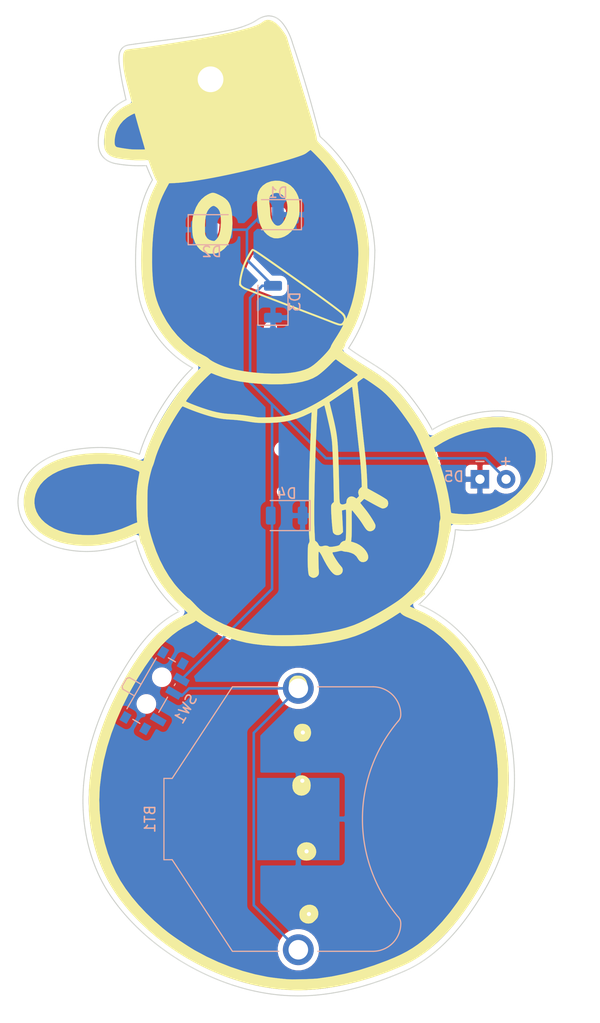
<source format=kicad_pcb>
(kicad_pcb (version 20171130) (host pcbnew 5.1.4-e60b266~84~ubuntu19.04.1)
  (layers (0 F.Cu signal hide) (31 B.Cu signal) (34 B.Paste user) (35 F.Paste user) (36 B.SilkS user) (37 F.SilkS user) (38 B.Mask user) (39 F.Mask user) (44 Edge.Cuts user))
  (net 0 "")
  (net 1 GND)
  (net 2 +3V0)
  (net 3 "Net-(D1-Pad2)")
  (module snowman_pcb:LED_D3.0mm_Horizontal_O1.27mm_Z2.0mm (layer F.Cu) (at 86.868 75.438)
    (fp_text reference D5 (at -2.54 -0.254 180) (layer B.SilkS) (effects (justify mirror)))
    (fp_text value LED)
    (fp_text user + (at 2.5 -1.8) (layer B.SilkS))
    (fp_text user - (at 0 -1.8) (layer B.SilkS))
    (pad 1 thru_hole rect (at 0 0) (size 1.8 1.8) (drill 0.9) (layers *.Cu *.Mask) (net 1 GND))
    (pad 2 thru_hole circle (at 2.54 0) (size 1.8 1.8) (drill 0.9) (layers *.Cu *.Mask) (net 3 "Net-(D1-Pad2)"))
  )
  (module MountingHole:MountingHole_2.2mm_M2 (layer F.Cu) (at 60.706 36.576)
    (fp_text reference REF**)
    (fp_text value MountingHole_2.2mm_M2)
    (pad "" np_thru_hole circle (at 0 0) (size 2.5 2.5) (drill 2.5) (layers *.Cu *.Mask))
  )
  (module Button_Switch_SMD:SW_SPDT_PCM12 (layer B.Cu) (at 55.51 96.14 60)
    (fp_text reference SW1 (at 0 3.2 60) (layer B.SilkS) (effects (justify mirror)))
    (fp_text value SW_SPDT)
    (pad "" smd rect (at -3.65 0.78 60) (size 1 0.8) (layers B.Cu B.Paste B.Mask))
    (pad "" smd rect (at 3.65 0.78 60) (size 1 0.8) (layers B.Cu B.Paste B.Mask))
    (pad "" smd rect (at 3.65 -1.43 60) (size 1 0.8) (layers B.Cu B.Paste B.Mask))
    (pad "" smd rect (at -3.65 -1.43 60) (size 1 0.8) (layers B.Cu B.Paste B.Mask))
    (pad 3 smd rect (at 2.25 1.43 60) (size 0.7 1.5) (layers B.Cu B.Paste B.Mask) (net 3 "Net-(D1-Pad2)"))
    (pad 2 smd rect (at 0.75 1.43 60) (size 0.7 1.5) (layers B.Cu B.Paste B.Mask) (net 2 +3V0))
    (pad 1 smd rect (at -2.25 1.43 60) (size 0.7 1.5) (layers B.Cu B.Paste B.Mask))
    (pad "" np_thru_hole circle (at 1.5 -0.33 60) (size 0.9 0.9) (drill 0.9) (layers *.Cu *.Mask))
    (pad "" np_thru_hole circle (at -1.5 -0.33 60) (size 0.9 0.9) (drill 0.9) (layers *.Cu *.Mask))
  )
  (module snowman_pcb:LED_1206_3216Metric_ReverseMount_NoHole1.8x2.4mm (layer B.Cu) (at 68.1 78.97 180)
    (fp_text reference D4 (at 0 2.145) (layer B.SilkS) (effects (justify mirror)))
    (fp_text value LED)
    (pad 2 smd roundrect (at 1.55 0 180) (size 0.95 1.75) (layers B.Cu B.Paste B.Mask) (roundrect_rratio 0.2) (net 3 "Net-(D1-Pad2)"))
    (pad 1 smd roundrect (at -1.55 0 180) (size 0.95 1.75) (layers B.Cu B.Paste B.Mask) (roundrect_rratio 0.2) (net 1 GND))
  )
  (module snowman_pcb:LED_1206_3216Metric_ReverseMount_NoHole1.8x2.4mm (layer B.Cu) (at 66.77 58.19 90)
    (fp_text reference D3 (at 0 2.145 90) (layer B.SilkS) (effects (justify mirror)))
    (fp_text value LED)
    (pad 2 smd roundrect (at 1.55 0 90) (size 0.95 1.75) (layers B.Cu B.Paste B.Mask) (roundrect_rratio 0.2) (net 3 "Net-(D1-Pad2)"))
    (pad 1 smd roundrect (at -1.55 0 90) (size 0.95 1.75) (layers B.Cu B.Paste B.Mask) (roundrect_rratio 0.2) (net 1 GND))
  )
  (module snowman_pcb:LED_1206_3216Metric_ReverseMount_NoHole1.8x2.4mm (layer B.Cu) (at 60.82 51.19)
    (fp_text reference D2 (at 0 2.145) (layer B.SilkS) (effects (justify mirror)))
    (fp_text value LED)
    (pad 2 smd roundrect (at 1.55 0) (size 0.95 1.75) (layers B.Cu B.Paste B.Mask) (roundrect_rratio 0.2) (net 3 "Net-(D1-Pad2)"))
    (pad 1 smd roundrect (at -1.55 0) (size 0.95 1.75) (layers B.Cu B.Paste B.Mask) (roundrect_rratio 0.2) (net 1 GND))
  )
  (module snowman_pcb:LED_1206_3216Metric_ReverseMount_NoHole1.8x2.4mm (layer B.Cu) (at 67.25 49.73 180)
    (fp_text reference D1 (at 0 2.145) (layer B.SilkS) (effects (justify mirror)))
    (fp_text value LED)
    (pad 2 smd roundrect (at 1.55 0 180) (size 0.95 1.75) (layers B.Cu B.Paste B.Mask) (roundrect_rratio 0.2) (net 3 "Net-(D1-Pad2)"))
    (pad 1 smd roundrect (at -1.55 0 180) (size 0.95 1.75) (layers B.Cu B.Paste B.Mask) (roundrect_rratio 0.2) (net 1 GND))
  )
  (module snowman_pcb:BatteryHolder_THT_CR2032 (layer B.Cu) (at 69.23 108.46 270)
    (fp_text reference BT1 (at 0 14.4 90) (layer B.SilkS) (effects (justify mirror)))
    (fp_text value Battery_Cell)
    (pad 2 smd rect (at 0 0 270) (size 8 8) (layers B.Cu B.Mask) (net 1 GND))
    (pad 1 thru_hole circle (at 12.7 0 270) (size 3 3) (drill 1.9) (layers *.Cu *.Mask) (net 2 +3V0))
    (pad 1 thru_hole circle (at -12.7 0 270) (size 3 3) (drill 1.9) (layers *.Cu *.Mask) (net 2 +3V0))
  )
  (module LOGO (layer F.Cu) (at 67 78.63)
    (fp_text reference G*** hide)
    (fp_text value LOGO hide)
    (fp_poly (pts (xy 6.902971 -14.909192) (xy 7.614063 -14.442399) (xy 8.257304 -14.010982) (xy 8.839184 -13.609791) (xy 9.366192 -13.233681) (xy 9.844818 -12.877503) (xy 10.281551 -12.53611) (xy 10.682879 -12.204355) (xy 11.055293 -11.877089) (xy 11.405282 -11.549167) (xy 11.739334 -11.215439) (xy 12.063939 -10.870759) (xy 12.239531 -10.676075) (xy 12.446138 -10.443815) (xy 12.672792 -10.189156) (xy 12.897647 -9.936635) (xy 13.098856 -9.710788) (xy 13.182538 -9.616914) (xy 13.47296 -9.280655) (xy 13.71308 -8.976275) (xy 13.917917 -8.681785) (xy 14.102489 -8.375194) (xy 14.281813 -8.034514) (xy 14.329499 -7.9375) (xy 14.473468 -7.634409) (xy 14.602227 -7.347038) (xy 14.72274 -7.057682) (xy 14.841969 -6.748635) (xy 14.966875 -6.402193) (xy 15.104423 -6.000649) (xy 15.178517 -5.7785) (xy 15.276903 -5.473709) (xy 15.387616 -5.117116) (xy 15.508089 -4.718016) (xy 15.635753 -4.285707) (xy 15.768039 -3.829484) (xy 15.902379 -3.358645) (xy 16.036205 -2.882486) (xy 16.166949 -2.410303) (xy 16.292042 -1.951392) (xy 16.408915 -1.515051) (xy 16.515 -1.110576) (xy 16.607729 -0.747263) (xy 16.684534 -0.434408) (xy 16.742846 -0.181309) (xy 16.780097 0.002738) (xy 16.786664 0.042334) (xy 16.845418 0.680143) (xy 16.834669 1.354675) (xy 16.756897 2.058079) (xy 16.614583 2.782502) (xy 16.410208 3.520093) (xy 16.14625 4.263002) (xy 15.825191 5.003375) (xy 15.449511 5.733363) (xy 15.021691 6.445113) (xy 14.549682 7.123458) (xy 14.127359 7.660936) (xy 13.706508 8.136437) (xy 13.273534 8.561093) (xy 12.814846 8.946034) (xy 12.316851 9.302388) (xy 11.765957 9.641287) (xy 11.148571 9.973861) (xy 10.943167 10.076621) (xy 9.961845 10.531831) (xy 8.9427 10.951141) (xy 7.894992 11.3325) (xy 6.827979 11.673859) (xy 5.750921 11.97317) (xy 4.673077 12.228383) (xy 3.603705 12.437448) (xy 2.552065 12.598318) (xy 1.527417 12.708941) (xy 0.539019 12.76727) (xy -0.40387 12.771255) (xy -1.078177 12.737151) (xy -1.733393 12.667255) (xy -2.365281 12.557589) (xy -2.988705 12.403735) (xy -3.618533 12.201274) (xy -4.269629 11.945789) (xy -4.95686 11.632863) (xy -5.205221 11.510682) (xy -6.033514 11.058606) (xy -6.845093 10.542392) (xy -7.110599 10.348632) (xy 1.407195 10.348632) (xy 1.463102 10.563642) (xy 1.57663 10.742138) (xy 1.608862 10.77401) (xy 1.783496 10.88264) (xy 1.988748 10.934992) (xy 2.197497 10.92878) (xy 2.382623 10.861715) (xy 2.413 10.841825) (xy 2.585879 10.671278) (xy 2.68425 10.460525) (xy 2.709334 10.257471) (xy 2.69823 10.103485) (xy 2.669949 9.966611) (xy 2.649856 9.914481) (xy 2.513657 9.731737) (xy 2.338739 9.611662) (xy 2.141537 9.55439) (xy 1.938485 9.560056) (xy 1.746017 9.628793) (xy 1.58057 9.760736) (xy 1.482211 9.904933) (xy 1.4124 10.121073) (xy 1.407195 10.348632) (xy -7.110599 10.348632) (xy -7.624695 9.973458) (xy -8.357057 9.363223) (xy -9.026918 8.723105) (xy -9.258112 8.478531) (xy -9.990253 7.622305) (xy -10.529785 6.889181) (xy 0.73041 6.889181) (xy 0.748025 7.140818) (xy 0.831887 7.347154) (xy 0.975355 7.500672) (xy 1.171789 7.593853) (xy 1.375834 7.62) (xy 1.56659 7.600928) (xy 1.716557 7.537299) (xy 1.735688 7.52475) (xy 1.902466 7.36873) (xy 1.997252 7.174121) (xy 2.023323 6.933629) (xy 2.021257 6.889181) (xy 1.971491 6.64152) (xy 1.861454 6.44899) (xy 1.696556 6.316998) (xy 1.482204 6.250948) (xy 1.375834 6.244167) (xy 1.14182 6.280105) (xy 0.954927 6.384317) (xy 0.820563 6.551398) (xy 0.744137 6.775942) (xy 0.73041 6.889181) (xy -10.529785 6.889181) (xy -10.644341 6.733521) (xy -11.220972 5.810972) (xy -11.720743 4.853449) (xy -12.144248 3.859746) (xy -12.492084 2.828656) (xy -12.55689 2.574507) (xy 0.559096 2.574507) (xy 0.575338 2.826558) (xy 0.655057 3.043226) (xy 0.786818 3.216099) (xy 0.959187 3.336765) (xy 1.160729 3.39681) (xy 1.380009 3.387824) (xy 1.571874 3.319589) (xy 1.750275 3.184089) (xy 1.884845 2.994065) (xy 1.963543 2.773468) (xy 1.974326 2.546246) (xy 1.971363 2.525074) (xy 1.901055 2.304796) (xy 1.77388 2.117697) (xy 1.605189 1.976321) (xy 1.41033 1.893209) (xy 1.204652 1.880904) (xy 1.186404 1.883653) (xy 0.943314 1.963022) (xy 0.753399 2.105633) (xy 0.623694 2.303741) (xy 0.56123 2.549599) (xy 0.559096 2.574507) (xy -12.55689 2.574507) (xy -12.764846 1.758971) (xy -12.888635 1.121834) (xy -12.964693 0.656354) (xy -13.021042 0.243868) (xy -13.060166 -0.144339) (xy -13.084549 -0.536979) (xy -13.096674 -0.962766) (xy -13.099214 -1.312333) (xy -13.096255 -1.730523) (xy -13.088051 -1.994807) (xy 0.136036 -1.994807) (xy 0.145564 -1.886436) (xy 0.216443 -1.655857) (xy 0.346145 -1.469147) (xy 0.522101 -1.338063) (xy 0.731744 -1.274364) (xy 0.804334 -1.270131) (xy 0.94574 -1.290268) (xy 1.08972 -1.339237) (xy 1.099823 -1.344149) (xy 1.27084 -1.475143) (xy 1.396665 -1.664923) (xy 1.463103 -1.886436) (xy 1.455046 -2.09109) (xy 1.381613 -2.298091) (xy 1.25612 -2.478545) (xy 1.147323 -2.571689) (xy 0.946707 -2.658864) (xy 0.738913 -2.669209) (xy 0.539094 -2.607561) (xy 0.362404 -2.478759) (xy 0.223997 -2.28764) (xy 0.217518 -2.274856) (xy 0.154773 -2.12415) (xy 0.136036 -1.994807) (xy -13.088051 -1.994807) (xy -13.085103 -2.089733) (xy -13.063247 -2.415461) (xy -13.028175 -2.733202) (xy -12.977376 -3.068453) (xy -12.908339 -3.446712) (xy -12.869681 -3.642596) (xy -12.653363 -4.538099) (xy -12.360751 -5.456661) (xy -12.134073 -6.037091) (xy -0.122615 -6.037091) (xy -0.071847 -5.824698) (xy 0.045888 -5.639856) (xy 0.226057 -5.497881) (xy 0.296355 -5.463921) (xy 0.473217 -5.426972) (xy 0.678238 -5.439287) (xy 0.87476 -5.495662) (xy 0.993446 -5.562905) (xy 1.197549 -5.760547) (xy 1.321732 -5.980098) (xy 1.364424 -6.218762) (xy 1.364436 -6.223) (xy 1.330078 -6.452001) (xy 1.235593 -6.635683) (xy 1.093864 -6.771599) (xy 0.917774 -6.857299) (xy 0.720208 -6.890336) (xy 0.514049 -6.868262) (xy 0.312179 -6.788628) (xy 0.127484 -6.648986) (xy -0.005134 -6.483253) (xy -0.101888 -6.261715) (xy -0.122615 -6.037091) (xy -12.134073 -6.037091) (xy -11.995212 -6.392654) (xy -11.560111 -7.340453) (xy -11.058815 -8.294431) (xy -10.494689 -9.248961) (xy -9.8711 -10.198417) (xy -9.191414 -11.137173) (xy -8.458997 -12.059603) (xy -7.677215 -12.96008) (xy -6.849434 -13.832978) (xy -6.659737 -14.022483) (xy -6.285695 -14.392467) (xy -5.91595 -14.2069) (xy -5.440047 -13.992849) (xy -4.89687 -13.792382) (xy -4.303391 -13.610659) (xy -3.676582 -13.452841) (xy -3.033416 -13.324087) (xy -2.984522 -13.315666) (xy -2.639126 -13.259893) (xy -2.312223 -13.214282) (xy -1.98992 -13.177926) (xy -1.658325 -13.149919) (xy -1.303547 -13.129354) (xy -0.911693 -13.115324) (xy -0.468871 -13.106922) (xy 0.03881 -13.103242) (xy 0.275167 -13.102886) (xy 0.745963 -13.103996) (xy 1.143493 -13.108178) (xy 1.479131 -13.116449) (xy 1.764252 -13.129826) (xy 2.010232 -13.149326) (xy 2.228444 -13.175968) (xy 2.430265 -13.210768) (xy 2.62707 -13.254745) (xy 2.830233 -13.308915) (xy 2.942167 -13.34145) (xy 3.444692 -13.533386) (xy 3.927045 -13.80146) (xy 4.380025 -14.137857) (xy 4.794436 -14.534761) (xy 5.161078 -14.984359) (xy 5.470752 -15.478835) (xy 5.481473 -15.49878) (xy 5.614442 -15.747649) (xy 6.902971 -14.909192)) (layer F.Cu) (width 0.01))
    (fp_poly (pts (xy 3.491179 -35.283328) (xy 3.564368 -35.237981) (xy 3.628313 -35.188168) (xy 3.739963 -35.090586) (xy 3.895206 -34.942911) (xy 4.081363 -34.758312) (xy 4.285757 -34.549956) (xy 4.495708 -34.33101) (xy 4.698538 -34.114644) (xy 4.881568 -33.914024) (xy 5.032119 -33.742318) (xy 5.104518 -33.655) (xy 5.45828 -33.203198) (xy 5.7632 -32.789236) (xy 6.032187 -32.393026) (xy 6.278146 -31.99448) (xy 6.513984 -31.57351) (xy 6.752608 -31.110028) (xy 6.795774 -31.022728) (xy 7.088085 -30.370157) (xy 7.359853 -29.646111) (xy 7.607903 -28.861979) (xy 7.829062 -28.029152) (xy 8.020156 -27.159021) (xy 8.178012 -26.262976) (xy 8.238688 -25.8445) (xy 8.276401 -25.4879) (xy 8.30178 -25.082105) (xy 8.314807 -24.649103) (xy 8.315463 -24.210881) (xy 8.303731 -23.789426) (xy 8.27959 -23.406724) (xy 8.243024 -23.084762) (xy 8.241026 -23.071666) (xy 8.129881 -22.429922) (xy 7.993607 -21.771562) (xy 7.836247 -21.110662) (xy 7.661844 -20.4613) (xy 7.47444 -19.83755) (xy 7.278079 -19.25349) (xy 7.076803 -18.723194) (xy 6.874655 -18.260738) (xy 6.836709 -18.182166) (xy 6.637667 -17.792124) (xy 6.414435 -17.380744) (xy 6.173778 -16.958685) (xy 5.922464 -16.536606) (xy 5.667258 -16.125164) (xy 5.414926 -15.735019) (xy 5.172234 -15.376828) (xy 4.945947 -15.061251) (xy 4.742832 -14.798944) (xy 4.569654 -14.600568) (xy 4.550834 -14.581188) (xy 4.129604 -14.209769) (xy 3.654392 -13.896359) (xy 3.12372 -13.640546) (xy 2.536111 -13.441917) (xy 1.890089 -13.300061) (xy 1.184174 -13.214564) (xy 0.416892 -13.185014) (xy -0.368224 -13.20827) (xy -1.473532 -13.301612) (xy -2.55456 -13.44855) (xy -3.598379 -13.64675) (xy -4.59206 -13.893875) (xy -5.221023 -14.084899) (xy -5.853027 -14.322894) (xy -6.505453 -14.626603) (xy -7.16036 -14.986262) (xy -7.799805 -15.392109) (xy -8.33481 -15.779192) (xy -8.551238 -15.956504) (xy -8.79946 -16.177535) (xy -9.0674 -16.429914) (xy -9.342986 -16.701272) (xy -9.614142 -16.979239) (xy -9.868795 -17.251443) (xy -10.094871 -17.505515) (xy -10.147468 -17.568932) (xy -4.425699 -17.568932) (xy -4.374259 -17.373094) (xy -4.280639 -17.189924) (xy -4.157253 -17.045072) (xy -4.046286 -16.974348) (xy -3.896192 -16.941353) (xy -3.713631 -16.938605) (xy -3.538173 -16.964007) (xy -3.422024 -17.007416) (xy -3.259978 -17.148957) (xy -3.152451 -17.339628) (xy -3.105008 -17.559477) (xy -3.123218 -17.788556) (xy -3.138078 -17.833087) (xy -1.141661 -17.833087) (xy -1.125304 -17.677778) (xy -1.056485 -17.502621) (xy -0.930806 -17.338688) (xy -0.773603 -17.217493) (xy -0.742932 -17.202202) (xy -0.565071 -17.159835) (xy -0.361392 -17.167985) (xy -0.170889 -17.222689) (xy -0.089436 -17.268603) (xy 0.068659 -17.428928) (xy 0.158237 -17.637133) (xy 0.181429 -17.84941) (xy 0.146617 -18.096934) (xy 0.045747 -18.294826) (xy -0.115835 -18.437141) (xy -0.33278 -18.517934) (xy -0.432161 -18.531559) (xy -0.585679 -18.534999) (xy -0.697458 -18.509222) (xy -0.800441 -18.450521) (xy -0.992899 -18.275875) (xy -1.106622 -18.070104) (xy -1.141661 -17.833087) (xy -3.138078 -17.833087) (xy -3.167258 -17.920525) (xy -3.29039 -18.11145) (xy -3.452354 -18.238746) (xy -3.63846 -18.304387) (xy -3.834018 -18.310349) (xy -4.024338 -18.258605) (xy -4.194729 -18.151131) (xy -4.330502 -17.989901) (xy -4.416967 -17.77689) (xy -4.422548 -17.751792) (xy -4.425699 -17.568932) (xy -10.147468 -17.568932) (xy -10.280296 -17.729084) (xy -10.410089 -17.905391) (xy -10.77899 -18.520118) (xy -10.908123 -18.786397) (xy -7.225787 -18.786397) (xy -7.173304 -18.556493) (xy -7.066436 -18.362339) (xy -6.915743 -18.212489) (xy -6.731781 -18.115498) (xy -6.525109 -18.079921) (xy -6.306284 -18.114314) (xy -6.152564 -18.183993) (xy -5.972817 -18.328964) (xy -5.858229 -18.518718) (xy -5.804817 -18.761148) (xy -5.802875 -18.807152) (xy 1.36541 -18.807152) (xy 1.380494 -18.558417) (xy 1.463754 -18.356763) (xy 1.618467 -18.194897) (xy 1.650979 -18.171583) (xy 1.832963 -18.093683) (xy 2.043815 -18.073773) (xy 2.250747 -18.111817) (xy 2.37499 -18.172427) (xy 2.52576 -18.319753) (xy 2.625676 -18.512886) (xy 2.669967 -18.728498) (xy 2.653866 -18.943258) (xy 2.572605 -19.133837) (xy 2.57175 -19.135097) (xy 2.428621 -19.306812) (xy 2.272849 -19.406642) (xy 2.082515 -19.446859) (xy 2.010834 -19.449143) (xy 1.775297 -19.413708) (xy 1.588319 -19.310535) (xy 1.454617 -19.144314) (xy 1.37891 -18.919741) (xy 1.36541 -18.807152) (xy -5.802875 -18.807152) (xy -5.799666 -18.883166) (xy -5.827523 -19.152737) (xy -5.913797 -19.367561) (xy -6.060038 -19.535698) (xy -6.26008 -19.656152) (xy -6.470796 -19.701025) (xy -6.678959 -19.675964) (xy -6.871345 -19.586611) (xy -7.034729 -19.438612) (xy -7.155885 -19.23761) (xy -7.213328 -19.043497) (xy -7.225787 -18.786397) (xy -10.908123 -18.786397) (xy -11.102516 -19.187245) (xy -11.381795 -19.910551) (xy -11.617953 -20.693817) (xy -11.697234 -21.039666) (xy -9.226807 -21.039666) (xy -9.200362 -20.866703) (xy -9.131316 -20.688985) (xy -9.035098 -20.539202) (xy -8.955987 -20.465903) (xy -8.827743 -20.401388) (xy -8.683318 -20.35619) (xy -8.558511 -20.3401) (xy -8.516121 -20.345581) (xy -8.427017 -20.359842) (xy -8.373557 -20.362333) (xy -8.277039 -20.397161) (xy -8.163655 -20.487692) (xy -8.052534 -20.612995) (xy -7.962809 -20.752141) (xy -7.919298 -20.859323) (xy -7.8961 -21.089889) (xy -7.944501 -21.30904) (xy -8.055212 -21.499741) (xy -8.218946 -21.644957) (xy -8.387766 -21.718552) (xy -8.611163 -21.739151) (xy -8.818551 -21.685902) (xy -8.996613 -21.569582) (xy -9.132029 -21.400968) (xy -9.21148 -21.190836) (xy -9.226807 -21.039666) (xy -11.697234 -21.039666) (xy -11.812118 -21.540822) (xy -11.938529 -22.29495) (xy -3.123594 -22.29495) (xy -3.09409 -22.191711) (xy -3.033285 -22.113502) (xy -2.939392 -22.048998) (xy -2.810625 -21.986872) (xy -2.772833 -21.970411) (xy -2.677556 -21.931252) (xy -2.510348 -21.864727) (xy -2.278401 -21.773608) (xy -1.988904 -21.660668) (xy -1.649049 -21.528678) (xy -1.266026 -21.380411) (xy -0.847026 -21.218639) (xy -0.399239 -21.046135) (xy 0.070143 -20.865669) (xy 0.553932 -20.680015) (xy 1.044934 -20.491944) (xy 1.535961 -20.304229) (xy 2.019822 -20.119643) (xy 2.489325 -19.940956) (xy 2.624667 -19.889536) (xy 3.241402 -19.655011) (xy 3.810465 -19.437991) (xy 4.328332 -19.23984) (xy 4.791477 -19.061924) (xy 5.196377 -18.905606) (xy 5.539505 -18.772253) (xy 5.817337 -18.663228) (xy 6.026349 -18.579897) (xy 6.163015 -18.523624) (xy 6.223 -18.496255) (xy 6.293373 -18.497836) (xy 6.372742 -18.556069) (xy 6.440403 -18.648317) (xy 6.475651 -18.751946) (xy 6.477 -18.773946) (xy 6.460823 -18.854683) (xy 6.407607 -18.946953) (xy 6.310323 -19.058) (xy 6.296071 -19.071166) (xy 6.434667 -19.071166) (xy 6.455834 -19.05) (xy 6.477 -19.071166) (xy 6.455834 -19.092333) (xy 6.434667 -19.071166) (xy 6.296071 -19.071166) (xy 6.161943 -19.195066) (xy 5.955439 -19.365397) (xy 5.740935 -19.53257) (xy 5.457962 -19.746678) (xy 5.110097 -20.005121) (xy 4.70228 -20.304365) (xy 4.239454 -20.640874) (xy 3.726559 -21.011113) (xy 3.168536 -21.411546) (xy 2.570328 -21.838638) (xy 1.936875 -22.288854) (xy 1.623366 -22.510755) (xy 4.257577 -22.510755) (xy 4.264099 -22.277278) (xy 4.345577 -22.052542) (xy 4.376662 -22.001737) (xy 4.521778 -21.852929) (xy 4.710491 -21.755961) (xy 4.918393 -21.717524) (xy 5.121078 -21.744307) (xy 5.198519 -21.776478) (xy 5.383656 -21.917538) (xy 5.511342 -22.108169) (xy 5.573504 -22.329165) (xy 5.562068 -22.561321) (xy 5.549229 -22.610804) (xy 5.449657 -22.818715) (xy 5.300726 -22.974543) (xy 5.118214 -23.073681) (xy 4.917897 -23.111522) (xy 4.715553 -23.083459) (xy 4.526958 -22.984884) (xy 4.462388 -22.928187) (xy 4.324257 -22.734037) (xy 4.257577 -22.510755) (xy 1.623366 -22.510755) (xy 1.273119 -22.758659) (xy 0.584001 -23.244516) (xy -0.125537 -23.742891) (xy -0.850554 -24.250248) (xy -0.94967 -24.319461) (xy -2.089841 -25.11545) (xy -2.188935 -24.993141) (xy -2.245196 -24.909242) (xy -2.327687 -24.767928) (xy -2.425852 -24.588045) (xy -2.529136 -24.388437) (xy -2.541983 -24.362833) (xy -2.658409 -24.11932) (xy -2.75195 -23.895025) (xy -2.832715 -23.661748) (xy -2.910813 -23.391286) (xy -2.964302 -23.184714) (xy -3.042149 -22.868101) (xy -3.095837 -22.62182) (xy -3.123581 -22.434545) (xy -3.123594 -22.29495) (xy -11.938529 -22.29495) (xy -11.965416 -22.455345) (xy -12.078975 -23.441165) (xy -12.086831 -23.528371) (xy -12.10951 -23.847872) (xy -12.12706 -24.222611) (xy -12.139364 -24.634052) (xy -12.146303 -25.06366) (xy -12.14776 -25.492899) (xy -12.143617 -25.903233) (xy -12.133757 -26.276127) (xy -12.118061 -26.593046) (xy -12.107198 -26.7335) (xy -12.017752 -27.491918) (xy -6.72678 -27.491918) (xy -6.722507 -27.362773) (xy -6.711208 -27.167145) (xy -6.692797 -27.030544) (xy -6.661207 -26.927335) (xy -6.610367 -26.831883) (xy -6.588966 -26.798675) (xy -6.429844 -26.625106) (xy -6.232349 -26.526958) (xy -6.053666 -26.502967) (xy -5.964577 -26.511012) (xy -5.892833 -26.547377) (xy -5.815418 -26.628242) (xy -5.746133 -26.719167) (xy -5.614675 -26.935916) (xy -5.521766 -27.182838) (xy -5.460864 -27.480202) (xy -5.438755 -27.671353) (xy -5.41089 -27.974207) (xy -5.604932 -28.087923) (xy -5.82749 -28.182605) (xy -6.051523 -28.201052) (xy -6.291459 -28.143308) (xy -6.412797 -28.090365) (xy -6.549848 -28.014829) (xy -6.642264 -27.934855) (xy -6.697552 -27.832805) (xy -6.723221 -27.691039) (xy -6.72678 -27.491918) (xy -12.017752 -27.491918) (xy -12.007221 -27.581205) (xy -11.865201 -28.403582) (xy -11.683804 -29.191823) (xy -11.558849 -29.618805) (xy -0.391277 -29.618805) (xy -0.369601 -29.170986) (xy -0.342558 -28.849216) (xy -0.292844 -28.593923) (xy -0.215245 -28.388737) (xy -0.104544 -28.217285) (xy -0.043634 -28.147926) (xy 0.103887 -28.025533) (xy 0.243944 -27.983647) (xy 0.388708 -28.020415) (xy 0.469616 -28.069812) (xy 0.631327 -28.226467) (xy 0.778327 -28.448655) (xy 0.898566 -28.717283) (xy 0.922141 -28.786666) (xy 0.989814 -29.002689) (xy 1.030299 -29.15621) (xy 1.042619 -29.265233) (xy 1.0258 -29.347762) (xy 0.978865 -29.421804) (xy 0.900839 -29.505361) (xy 0.882178 -29.524039) (xy 0.741087 -29.646804) (xy 0.599601 -29.720895) (xy 0.455152 -29.761785) (xy 0.287837 -29.788648) (xy 0.132651 -29.785199) (xy -0.03841 -29.747748) (xy -0.253349 -29.672603) (xy -0.269722 -29.666241) (xy -0.391277 -29.618805) (xy -11.558849 -29.618805) (xy -11.465695 -29.937118) (xy -11.213542 -30.630658) (xy -10.930008 -31.263632) (xy -10.61776 -31.827233) (xy -10.519386 -31.980714) (xy -10.363434 -32.215666) (xy -10.09969 -32.215667) (xy -9.952823 -32.219079) (xy -9.735616 -32.228692) (xy -9.462097 -32.243567) (xy -9.146292 -32.262765) (xy -8.802227 -32.28535) (xy -8.443928 -32.310381) (xy -8.085421 -32.336922) (xy -7.740734 -32.364034) (xy -7.423892 -32.390779) (xy -7.260166 -32.40559) (xy -6.839084 -32.451668) (xy -6.40006 -32.513791) (xy -5.933313 -32.593938) (xy -5.429061 -32.69409) (xy -4.877523 -32.816227) (xy -4.268919 -32.962331) (xy -3.593466 -33.134381) (xy -3.3655 -33.194212) (xy -2.8319 -33.33747) (xy -2.276607 -33.490879) (xy -1.707846 -33.651899) (xy -1.133841 -33.817986) (xy -0.562816 -33.986598) (xy -0.002996 -34.155193) (xy 0.537396 -34.321229) (xy 1.050135 -34.482164) (xy 1.526997 -34.635455) (xy 1.959757 -34.77856) (xy 2.340192 -34.908937) (xy 2.660077 -35.024044) (xy 2.911187 -35.121338) (xy 3.022751 -35.168907) (xy 3.169139 -35.229088) (xy 3.254634 -35.249052) (xy 3.291357 -35.231448) (xy 3.292754 -35.227906) (xy 3.32232 -35.200781) (xy 3.383016 -35.239265) (xy 3.389287 -35.244871) (xy 3.441455 -35.283576) (xy 3.491179 -35.283328)) (layer F.Cu) (width 0.01))
  )
  (module LOGO (layer F.Cu) (at 67 78.63)
    (fp_text reference G*** hide)
    (fp_text value LOGO hide)
  )
  (module LOGO (layer F.Cu) (at 67 78.63)
    (fp_text reference G*** hide)
    (fp_text value LOGO hide)
  )
  (gr_line (start 66.111184 30.431884) (end 66.010217 30.451385) (layer Edge.Cuts) (width 0.1))
  (gr_line (start 66.010217 30.451385) (end 65.913426 30.475623) (layer Edge.Cuts) (width 0.1))
  (gr_line (start 65.913426 30.475623) (end 65.82065 30.50404) (layer Edge.Cuts) (width 0.1))
  (gr_line (start 65.82065 30.50404) (end 65.731731 30.536074) (layer Edge.Cuts) (width 0.1))
  (gr_line (start 65.731731 30.536074) (end 65.646506 30.571167) (layer Edge.Cuts) (width 0.1))
  (gr_line (start 65.646506 30.571167) (end 65.564816 30.608758) (layer Edge.Cuts) (width 0.1))
  (gr_line (start 65.564816 30.608758) (end 65.411402 30.689195) (layer Edge.Cuts) (width 0.1))
  (gr_line (start 65.411402 30.689195) (end 65.270207 30.772907) (layer Edge.Cuts) (width 0.1))
  (gr_line (start 65.270207 30.772907) (end 65.139948 30.855414) (layer Edge.Cuts) (width 0.1))
  (gr_line (start 65.139948 30.855414) (end 65.019346 30.932237) (layer Edge.Cuts) (width 0.1))
  (gr_line (start 65.019346 30.932237) (end 64.907118 30.998896) (layer Edge.Cuts) (width 0.1))
  (gr_line (start 64.907118 30.998896) (end 64.649441 31.128307) (layer Edge.Cuts) (width 0.1))
  (gr_line (start 64.649441 31.128307) (end 64.38499 31.247205) (layer Edge.Cuts) (width 0.1))
  (gr_line (start 64.38499 31.247205) (end 64.114537 31.356239) (layer Edge.Cuts) (width 0.1))
  (gr_line (start 64.114537 31.356239) (end 63.838856 31.456052) (layer Edge.Cuts) (width 0.1))
  (gr_line (start 63.838856 31.456052) (end 63.558718 31.547292) (layer Edge.Cuts) (width 0.1))
  (gr_line (start 63.558718 31.547292) (end 63.274897 31.630604) (layer Edge.Cuts) (width 0.1))
  (gr_line (start 63.274897 31.630604) (end 62.988165 31.706634) (layer Edge.Cuts) (width 0.1))
  (gr_line (start 62.988165 31.706634) (end 62.699294 31.776028) (layer Edge.Cuts) (width 0.1))
  (gr_line (start 62.699294 31.776028) (end 62.093567 31.902088) (layer Edge.Cuts) (width 0.1))
  (gr_line (start 62.093567 31.902088) (end 61.484271 32.01915) (layer Edge.Cuts) (width 0.1))
  (gr_line (start 61.484271 32.01915) (end 60.871771 32.128137) (layer Edge.Cuts) (width 0.1))
  (gr_line (start 60.871771 32.128137) (end 60.256435 32.229974) (layer Edge.Cuts) (width 0.1))
  (gr_line (start 60.256435 32.229974) (end 59.638628 32.325583) (layer Edge.Cuts) (width 0.1))
  (gr_line (start 59.638628 32.325583) (end 59.018716 32.415888) (layer Edge.Cuts) (width 0.1))
  (gr_line (start 59.018716 32.415888) (end 58.397066 32.501813) (layer Edge.Cuts) (width 0.1))
  (gr_line (start 58.397066 32.501813) (end 57.774043 32.58428) (layer Edge.Cuts) (width 0.1))
  (gr_line (start 57.774043 32.58428) (end 56.525344 32.742536) (layer Edge.Cuts) (width 0.1))
  (gr_line (start 56.525344 32.742536) (end 55.275548 32.898044) (layer Edge.Cuts) (width 0.1))
  (gr_line (start 55.275548 32.898044) (end 54.027583 33.058191) (layer Edge.Cuts) (width 0.1))
  (gr_line (start 54.027583 33.058191) (end 53.405203 33.142313) (layer Edge.Cuts) (width 0.1))
  (gr_line (start 53.405203 33.142313) (end 52.78438 33.230365) (layer Edge.Cuts) (width 0.1))
  (gr_line (start 52.78438 33.230365) (end 52.783923 33.230365) (layer Edge.Cuts) (width 0.1))
  (gr_line (start 52.783923 33.230365) (end 52.681351 33.247925) (layer Edge.Cuts) (width 0.1))
  (gr_line (start 52.681351 33.247925) (end 52.580219 33.274636) (layer Edge.Cuts) (width 0.1))
  (gr_line (start 52.580219 33.274636) (end 52.481713 33.31024) (layer Edge.Cuts) (width 0.1))
  (gr_line (start 52.481713 33.31024) (end 52.387022 33.35448) (layer Edge.Cuts) (width 0.1))
  (gr_line (start 52.387022 33.35448) (end 52.297331 33.407102) (layer Edge.Cuts) (width 0.1))
  (gr_line (start 52.297331 33.407102) (end 52.213829 33.467848) (layer Edge.Cuts) (width 0.1))
  (gr_line (start 52.213829 33.467848) (end 52.137702 33.536461) (layer Edge.Cuts) (width 0.1))
  (gr_line (start 52.137702 33.536461) (end 52.070138 33.612686) (layer Edge.Cuts) (width 0.1))
  (gr_line (start 52.070138 33.612686) (end 52.012111 33.694163) (layer Edge.Cuts) (width 0.1))
  (gr_line (start 52.012111 33.694163) (end 51.963329 33.778304) (layer Edge.Cuts) (width 0.1))
  (gr_line (start 51.963329 33.778304) (end 51.92299 33.864629) (layer Edge.Cuts) (width 0.1))
  (gr_line (start 51.92299 33.864629) (end 51.890293 33.952656) (layer Edge.Cuts) (width 0.1))
  (gr_line (start 51.890293 33.952656) (end 51.864434 34.041907) (layer Edge.Cuts) (width 0.1))
  (gr_line (start 51.864434 34.041907) (end 51.844612 34.1319) (layer Edge.Cuts) (width 0.1))
  (gr_line (start 51.844612 34.1319) (end 51.830024 34.222156) (layer Edge.Cuts) (width 0.1))
  (gr_line (start 51.830024 34.222156) (end 51.819868 34.312195) (layer Edge.Cuts) (width 0.1))
  (gr_line (start 51.819868 34.312195) (end 51.809676 34.49307) (layer Edge.Cuts) (width 0.1))
  (gr_line (start 51.809676 34.49307) (end 51.810738 34.678035) (layer Edge.Cuts) (width 0.1))
  (gr_line (start 51.810738 34.678035) (end 51.821425 34.867495) (layer Edge.Cuts) (width 0.1))
  (gr_line (start 51.821425 34.867495) (end 51.840106 35.061853) (layer Edge.Cuts) (width 0.1))
  (gr_line (start 51.840106 35.061853) (end 51.865152 35.261514) (layer Edge.Cuts) (width 0.1))
  (gr_line (start 51.865152 35.261514) (end 51.894933 35.466881) (layer Edge.Cuts) (width 0.1))
  (gr_line (start 51.894933 35.466881) (end 51.962178 35.896349) (layer Edge.Cuts) (width 0.1))
  (gr_line (start 51.962178 35.896349) (end 51.962635 35.898633) (layer Edge.Cuts) (width 0.1))
  (gr_line (start 51.962635 35.898633) (end 51.963091 35.901762) (layer Edge.Cuts) (width 0.1))
  (gr_line (start 51.963091 35.901762) (end 52.016961 36.248223) (layer Edge.Cuts) (width 0.1))
  (gr_line (start 52.016961 36.248223) (end 52.076552 36.588469) (layer Edge.Cuts) (width 0.1))
  (gr_line (start 52.076552 36.588469) (end 52.140788 36.923647) (layer Edge.Cuts) (width 0.1))
  (gr_line (start 52.140788 36.923647) (end 52.208592 37.254906) (layer Edge.Cuts) (width 0.1))
  (gr_line (start 52.208592 37.254906) (end 52.3506 37.910265) (layer Edge.Cuts) (width 0.1))
  (gr_line (start 52.3506 37.910265) (end 52.493969 38.563733) (layer Edge.Cuts) (width 0.1))
  (gr_line (start 52.493969 38.563733) (end 52.340089 38.638069) (layer Edge.Cuts) (width 0.1))
  (gr_line (start 52.340089 38.638069) (end 52.18962 38.717106) (layer Edge.Cuts) (width 0.1))
  (gr_line (start 52.18962 38.717106) (end 52.042672 38.800757) (layer Edge.Cuts) (width 0.1))
  (gr_line (start 52.042672 38.800757) (end 51.899356 38.888933) (layer Edge.Cuts) (width 0.1))
  (gr_line (start 51.899356 38.888933) (end 51.759781 38.981544) (layer Edge.Cuts) (width 0.1))
  (gr_line (start 51.759781 38.981544) (end 51.624058 39.078501) (layer Edge.Cuts) (width 0.1))
  (gr_line (start 51.624058 39.078501) (end 51.492297 39.179716) (layer Edge.Cuts) (width 0.1))
  (gr_line (start 51.492297 39.179716) (end 51.364608 39.2851) (layer Edge.Cuts) (width 0.1))
  (gr_line (start 51.364608 39.2851) (end 51.241102 39.394565) (layer Edge.Cuts) (width 0.1))
  (gr_line (start 51.241102 39.394565) (end 51.121889 39.50802) (layer Edge.Cuts) (width 0.1))
  (gr_line (start 51.121889 39.50802) (end 51.007078 39.625378) (layer Edge.Cuts) (width 0.1))
  (gr_line (start 51.007078 39.625378) (end 50.896781 39.746549) (layer Edge.Cuts) (width 0.1))
  (gr_line (start 50.896781 39.746549) (end 50.791107 39.871445) (layer Edge.Cuts) (width 0.1))
  (gr_line (start 50.791107 39.871445) (end 50.690167 39.999976) (layer Edge.Cuts) (width 0.1))
  (gr_line (start 50.690167 39.999976) (end 50.59407 40.132054) (layer Edge.Cuts) (width 0.1))
  (gr_line (start 50.59407 40.132054) (end 50.502928 40.267591) (layer Edge.Cuts) (width 0.1))
  (gr_line (start 50.502928 40.267591) (end 50.41685 40.406496) (layer Edge.Cuts) (width 0.1))
  (gr_line (start 50.41685 40.406496) (end 50.335947 40.548682) (layer Edge.Cuts) (width 0.1))
  (gr_line (start 50.335947 40.548682) (end 50.260328 40.694059) (layer Edge.Cuts) (width 0.1))
  (gr_line (start 50.260328 40.694059) (end 50.190105 40.842539) (layer Edge.Cuts) (width 0.1))
  (gr_line (start 50.190105 40.842539) (end 50.125386 40.994032) (layer Edge.Cuts) (width 0.1))
  (gr_line (start 50.125386 40.994032) (end 50.066283 41.14845) (layer Edge.Cuts) (width 0.1))
  (gr_line (start 50.066283 41.14845) (end 50.012906 41.305705) (layer Edge.Cuts) (width 0.1))
  (gr_line (start 50.012906 41.305705) (end 49.965365 41.465706) (layer Edge.Cuts) (width 0.1))
  (gr_line (start 49.965365 41.465706) (end 49.92377 41.628365) (layer Edge.Cuts) (width 0.1))
  (gr_line (start 49.92377 41.628365) (end 49.888231 41.793594) (layer Edge.Cuts) (width 0.1))
  (gr_line (start 49.888231 41.793594) (end 49.858859 41.961304) (layer Edge.Cuts) (width 0.1))
  (gr_line (start 49.858859 41.961304) (end 49.835764 42.131405) (layer Edge.Cuts) (width 0.1))
  (gr_line (start 49.835764 42.131405) (end 49.819055 42.303808) (layer Edge.Cuts) (width 0.1))
  (gr_line (start 49.819055 42.303808) (end 49.808844 42.478426) (layer Edge.Cuts) (width 0.1))
  (gr_line (start 49.808844 42.478426) (end 49.805241 42.655169) (layer Edge.Cuts) (width 0.1))
  (gr_line (start 49.805241 42.655169) (end 49.808355 42.833948) (layer Edge.Cuts) (width 0.1))
  (gr_line (start 49.808355 42.833948) (end 49.820256 43.020949) (layer Edge.Cuts) (width 0.1))
  (gr_line (start 49.820256 43.020949) (end 49.831165 43.112526) (layer Edge.Cuts) (width 0.1))
  (gr_line (start 49.831165 43.112526) (end 49.845399 43.202682) (layer Edge.Cuts) (width 0.1))
  (gr_line (start 49.845399 43.202682) (end 49.862972 43.291315) (layer Edge.Cuts) (width 0.1))
  (gr_line (start 49.862972 43.291315) (end 49.883898 43.378321) (layer Edge.Cuts) (width 0.1))
  (gr_line (start 49.883898 43.378321) (end 49.908193 43.463596) (layer Edge.Cuts) (width 0.1))
  (gr_line (start 49.908193 43.463596) (end 49.93587 43.547038) (layer Edge.Cuts) (width 0.1))
  (gr_line (start 49.93587 43.547038) (end 49.966944 43.628542) (layer Edge.Cuts) (width 0.1))
  (gr_line (start 49.966944 43.628542) (end 50.001429 43.708006) (layer Edge.Cuts) (width 0.1))
  (gr_line (start 50.001429 43.708006) (end 50.039341 43.785327) (layer Edge.Cuts) (width 0.1))
  (gr_line (start 50.039341 43.785327) (end 50.080692 43.860401) (layer Edge.Cuts) (width 0.1))
  (gr_line (start 50.080692 43.860401) (end 50.125499 43.933124) (layer Edge.Cuts) (width 0.1))
  (gr_line (start 50.125499 43.933124) (end 50.173775 44.003393) (layer Edge.Cuts) (width 0.1))
  (gr_line (start 50.173775 44.003393) (end 50.225534 44.071106) (layer Edge.Cuts) (width 0.1))
  (gr_line (start 50.225534 44.071106) (end 50.280791 44.136158) (layer Edge.Cuts) (width 0.1))
  (gr_line (start 50.280791 44.136158) (end 50.339342 44.198347) (layer Edge.Cuts) (width 0.1))
  (gr_line (start 50.339342 44.198347) (end 50.400689 44.257329) (layer Edge.Cuts) (width 0.1))
  (gr_line (start 50.400689 44.257329) (end 50.464731 44.31315) (layer Edge.Cuts) (width 0.1))
  (gr_line (start 50.464731 44.31315) (end 50.531368 44.365855) (layer Edge.Cuts) (width 0.1))
  (gr_line (start 50.531368 44.365855) (end 50.600498 44.41549) (layer Edge.Cuts) (width 0.1))
  (gr_line (start 50.600498 44.41549) (end 50.672019 44.4621) (layer Edge.Cuts) (width 0.1))
  (gr_line (start 50.672019 44.4621) (end 50.745829 44.505732) (layer Edge.Cuts) (width 0.1))
  (gr_line (start 50.745829 44.505732) (end 50.821829 44.54643) (layer Edge.Cuts) (width 0.1))
  (gr_line (start 50.821829 44.54643) (end 50.899916 44.58424) (layer Edge.Cuts) (width 0.1))
  (gr_line (start 50.899916 44.58424) (end 50.979989 44.619207) (layer Edge.Cuts) (width 0.1))
  (gr_line (start 50.979989 44.619207) (end 51.145687 44.680797) (layer Edge.Cuts) (width 0.1))
  (gr_line (start 51.145687 44.680797) (end 51.318112 44.731564) (layer Edge.Cuts) (width 0.1))
  (gr_line (start 51.318112 44.731564) (end 51.496454 44.771872) (layer Edge.Cuts) (width 0.1))
  (gr_line (start 51.496454 44.771872) (end 51.504495 44.773699) (layer Edge.Cuts) (width 0.1))
  (gr_line (start 51.504495 44.773699) (end 51.896599 44.837727) (layer Edge.Cuts) (width 0.1))
  (gr_line (start 51.896599 44.837727) (end 52.273505 44.888711) (layer Edge.Cuts) (width 0.1))
  (gr_line (start 52.273505 44.888711) (end 52.639757 44.927413) (layer Edge.Cuts) (width 0.1))
  (gr_line (start 52.639757 44.927413) (end 52.999899 44.954592) (layer Edge.Cuts) (width 0.1))
  (gr_line (start 52.999899 44.954592) (end 53.358476 44.971009) (layer Edge.Cuts) (width 0.1))
  (gr_line (start 53.358476 44.971009) (end 53.720033 44.977425) (layer Edge.Cuts) (width 0.1))
  (gr_line (start 53.720033 44.977425) (end 54.089116 44.974602) (layer Edge.Cuts) (width 0.1))
  (gr_line (start 54.089116 44.974602) (end 54.470268 44.963299) (layer Edge.Cuts) (width 0.1))
  (gr_line (start 54.470268 44.963299) (end 54.610342 45.320109) (layer Edge.Cuts) (width 0.1))
  (gr_line (start 54.610342 45.320109) (end 54.746814 45.646341) (layer Edge.Cuts) (width 0.1))
  (gr_line (start 54.746814 45.646341) (end 54.894015 45.977795) (layer Edge.Cuts) (width 0.1))
  (gr_line (start 54.894015 45.977795) (end 55.066279 46.35027) (layer Edge.Cuts) (width 0.1))
  (gr_line (start 55.066279 46.35027) (end 54.974342 46.507845) (layer Edge.Cuts) (width 0.1))
  (gr_line (start 54.974342 46.507845) (end 54.885976 46.666347) (layer Edge.Cuts) (width 0.1))
  (gr_line (start 54.885976 46.666347) (end 54.801107 46.82575) (layer Edge.Cuts) (width 0.1))
  (gr_line (start 54.801107 46.82575) (end 54.719663 46.986032) (layer Edge.Cuts) (width 0.1))
  (gr_line (start 54.719663 46.986032) (end 54.566754 47.309133) (layer Edge.Cuts) (width 0.1))
  (gr_line (start 54.566754 47.309133) (end 54.426665 47.635455) (layer Edge.Cuts) (width 0.1))
  (gr_line (start 54.426665 47.635455) (end 54.29881 47.964806) (layer Edge.Cuts) (width 0.1))
  (gr_line (start 54.29881 47.964806) (end 54.182604 48.296991) (layer Edge.Cuts) (width 0.1))
  (gr_line (start 54.182604 48.296991) (end 54.077463 48.631818) (layer Edge.Cuts) (width 0.1))
  (gr_line (start 54.077463 48.631818) (end 53.9828 48.969093) (layer Edge.Cuts) (width 0.1))
  (gr_line (start 53.9828 48.969093) (end 53.898032 49.308622) (layer Edge.Cuts) (width 0.1))
  (gr_line (start 53.898032 49.308622) (end 53.822572 49.650212) (layer Edge.Cuts) (width 0.1))
  (gr_line (start 53.822572 49.650212) (end 53.755836 49.99367) (layer Edge.Cuts) (width 0.1))
  (gr_line (start 53.755836 49.99367) (end 53.697239 50.338803) (layer Edge.Cuts) (width 0.1))
  (gr_line (start 53.697239 50.338803) (end 53.646195 50.685416) (layer Edge.Cuts) (width 0.1))
  (gr_line (start 53.646195 50.685416) (end 53.60212 51.033316) (layer Edge.Cuts) (width 0.1))
  (gr_line (start 53.60212 51.033316) (end 53.564427 51.38231) (layer Edge.Cuts) (width 0.1))
  (gr_line (start 53.564427 51.38231) (end 53.532533 51.732205) (layer Edge.Cuts) (width 0.1))
  (gr_line (start 53.532533 51.732205) (end 53.532533 51.733119) (layer Edge.Cuts) (width 0.1))
  (gr_line (start 53.532533 51.733119) (end 53.503847 52.107333) (layer Edge.Cuts) (width 0.1))
  (gr_line (start 53.503847 52.107333) (end 53.478775 52.484285) (layer Edge.Cuts) (width 0.1))
  (gr_line (start 53.478775 52.484285) (end 53.457787 52.863588) (layer Edge.Cuts) (width 0.1))
  (gr_line (start 53.457787 52.863588) (end 53.441351 53.244857) (layer Edge.Cuts) (width 0.1))
  (gr_line (start 53.441351 53.244857) (end 53.429937 53.627708) (layer Edge.Cuts) (width 0.1))
  (gr_line (start 53.429937 53.627708) (end 53.424012 54.011755) (layer Edge.Cuts) (width 0.1))
  (gr_line (start 53.424012 54.011755) (end 53.424046 54.396614) (layer Edge.Cuts) (width 0.1))
  (gr_line (start 53.424046 54.396614) (end 53.430509 54.781898) (layer Edge.Cuts) (width 0.1))
  (gr_line (start 53.430509 54.781898) (end 53.443867 55.167224) (layer Edge.Cuts) (width 0.1))
  (gr_line (start 53.443867 55.167224) (end 53.464592 55.552205) (layer Edge.Cuts) (width 0.1))
  (gr_line (start 53.464592 55.552205) (end 53.49315 55.936457) (layer Edge.Cuts) (width 0.1))
  (gr_line (start 53.49315 55.936457) (end 53.530012 56.319595) (layer Edge.Cuts) (width 0.1))
  (gr_line (start 53.530012 56.319595) (end 53.575646 56.701233) (layer Edge.Cuts) (width 0.1))
  (gr_line (start 53.575646 56.701233) (end 53.630521 57.080986) (layer Edge.Cuts) (width 0.1))
  (gr_line (start 53.630521 57.080986) (end 53.695105 57.45847) (layer Edge.Cuts) (width 0.1))
  (gr_line (start 53.695105 57.45847) (end 53.769868 57.833299) (layer Edge.Cuts) (width 0.1))
  (gr_line (start 53.769868 57.833299) (end 53.769868 57.835126) (layer Edge.Cuts) (width 0.1))
  (gr_line (start 53.769868 57.835126) (end 53.811248 58.013784) (layer Edge.Cuts) (width 0.1))
  (gr_line (start 53.811248 58.013784) (end 53.859428 58.199701) (layer Edge.Cuts) (width 0.1))
  (gr_line (start 53.859428 58.199701) (end 53.91451 58.392368) (layer Edge.Cuts) (width 0.1))
  (gr_line (start 53.91451 58.392368) (end 53.976595 58.591275) (layer Edge.Cuts) (width 0.1))
  (gr_line (start 53.976595 58.591275) (end 54.045783 58.795912) (layer Edge.Cuts) (width 0.1))
  (gr_line (start 54.045783 58.795912) (end 54.122174 59.005768) (layer Edge.Cuts) (width 0.1))
  (gr_line (start 54.122174 59.005768) (end 54.20587 59.220334) (layer Edge.Cuts) (width 0.1))
  (gr_line (start 54.20587 59.220334) (end 54.296971 59.4391) (layer Edge.Cuts) (width 0.1))
  (gr_line (start 54.296971 59.4391) (end 54.395578 59.661555) (layer Edge.Cuts) (width 0.1))
  (gr_line (start 54.395578 59.661555) (end 54.501791 59.887189) (layer Edge.Cuts) (width 0.1))
  (gr_line (start 54.501791 59.887189) (end 54.615711 60.115493) (layer Edge.Cuts) (width 0.1))
  (gr_line (start 54.615711 60.115493) (end 54.737439 60.345956) (layer Edge.Cuts) (width 0.1))
  (gr_line (start 54.737439 60.345956) (end 54.867076 60.578069) (layer Edge.Cuts) (width 0.1))
  (gr_line (start 54.867076 60.578069) (end 55.004721 60.811321) (layer Edge.Cuts) (width 0.1))
  (gr_line (start 55.004721 60.811321) (end 55.150476 61.045202) (layer Edge.Cuts) (width 0.1))
  (gr_line (start 55.150476 61.045202) (end 55.304442 61.279202) (layer Edge.Cuts) (width 0.1))
  (gr_line (start 55.304442 61.279202) (end 55.466719 61.512812) (layer Edge.Cuts) (width 0.1))
  (gr_line (start 55.466719 61.512812) (end 55.637408 61.74552) (layer Edge.Cuts) (width 0.1))
  (gr_line (start 55.637408 61.74552) (end 55.816609 61.976818) (layer Edge.Cuts) (width 0.1))
  (gr_line (start 55.816609 61.976818) (end 56.004423 62.206194) (layer Edge.Cuts) (width 0.1))
  (gr_line (start 56.004423 62.206194) (end 56.200952 62.43314) (layer Edge.Cuts) (width 0.1))
  (gr_line (start 56.200952 62.43314) (end 56.406294 62.657144) (layer Edge.Cuts) (width 0.1))
  (gr_line (start 56.406294 62.657144) (end 56.620552 62.877697) (layer Edge.Cuts) (width 0.1))
  (gr_line (start 56.620552 62.877697) (end 56.843826 63.094289) (layer Edge.Cuts) (width 0.1))
  (gr_line (start 56.843826 63.094289) (end 57.076216 63.30641) (layer Edge.Cuts) (width 0.1))
  (gr_line (start 57.076216 63.30641) (end 57.317823 63.51355) (layer Edge.Cuts) (width 0.1))
  (gr_line (start 57.317823 63.51355) (end 57.568748 63.715198) (layer Edge.Cuts) (width 0.1))
  (gr_line (start 57.568748 63.715198) (end 57.829092 63.910845) (layer Edge.Cuts) (width 0.1))
  (gr_line (start 57.829092 63.910845) (end 58.098955 64.09998) (layer Edge.Cuts) (width 0.1))
  (gr_line (start 58.098955 64.09998) (end 58.378437 64.282094) (layer Edge.Cuts) (width 0.1))
  (gr_line (start 58.378437 64.282094) (end 58.667641 64.456676) (layer Edge.Cuts) (width 0.1))
  (gr_line (start 58.667641 64.456676) (end 58.966665 64.623217) (layer Edge.Cuts) (width 0.1))
  (gr_line (start 58.966665 64.623217) (end 58.775324 64.807009) (layer Edge.Cuts) (width 0.1))
  (gr_line (start 58.775324 64.807009) (end 58.582592 65.000531) (layer Edge.Cuts) (width 0.1))
  (gr_line (start 58.582592 65.000531) (end 58.388804 65.203316) (layer Edge.Cuts) (width 0.1))
  (gr_line (start 58.388804 65.203316) (end 58.194293 65.414896) (layer Edge.Cuts) (width 0.1))
  (gr_line (start 58.194293 65.414896) (end 57.999395 65.634805) (layer Edge.Cuts) (width 0.1))
  (gr_line (start 57.999395 65.634805) (end 57.804442 65.862576) (layer Edge.Cuts) (width 0.1))
  (gr_line (start 57.804442 65.862576) (end 57.609769 66.097742) (layer Edge.Cuts) (width 0.1))
  (gr_line (start 57.609769 66.097742) (end 57.41571 66.339835) (layer Edge.Cuts) (width 0.1))
  (gr_line (start 57.41571 66.339835) (end 57.222598 66.588391) (layer Edge.Cuts) (width 0.1))
  (gr_line (start 57.222598 66.588391) (end 57.030769 66.84294) (layer Edge.Cuts) (width 0.1))
  (gr_line (start 57.030769 66.84294) (end 56.840555 67.103017) (layer Edge.Cuts) (width 0.1))
  (gr_line (start 56.840555 67.103017) (end 56.652292 67.368155) (layer Edge.Cuts) (width 0.1))
  (gr_line (start 56.652292 67.368155) (end 56.466312 67.637887) (layer Edge.Cuts) (width 0.1))
  (gr_line (start 56.466312 67.637887) (end 56.282951 67.911745) (layer Edge.Cuts) (width 0.1))
  (gr_line (start 56.282951 67.911745) (end 56.102541 68.189263) (layer Edge.Cuts) (width 0.1))
  (gr_line (start 56.102541 68.189263) (end 55.925417 68.469975) (layer Edge.Cuts) (width 0.1))
  (gr_line (start 55.925417 68.469975) (end 55.751914 68.753412) (layer Edge.Cuts) (width 0.1))
  (gr_line (start 55.751914 68.753412) (end 55.582364 69.039109) (layer Edge.Cuts) (width 0.1))
  (gr_line (start 55.582364 69.039109) (end 55.417103 69.326599) (layer Edge.Cuts) (width 0.1))
  (gr_line (start 55.417103 69.326599) (end 55.256464 69.615414) (layer Edge.Cuts) (width 0.1))
  (gr_line (start 55.256464 69.615414) (end 55.100781 69.905087) (layer Edge.Cuts) (width 0.1))
  (gr_line (start 55.100781 69.905087) (end 54.950389 70.195153) (layer Edge.Cuts) (width 0.1))
  (gr_line (start 54.950389 70.195153) (end 54.80562 70.485144) (layer Edge.Cuts) (width 0.1))
  (gr_line (start 54.80562 70.485144) (end 54.66681 70.774592) (layer Edge.Cuts) (width 0.1))
  (gr_line (start 54.66681 70.774592) (end 54.534293 71.063032) (layer Edge.Cuts) (width 0.1))
  (gr_line (start 54.534293 71.063032) (end 54.408401 71.349996) (layer Edge.Cuts) (width 0.1))
  (gr_line (start 54.408401 71.349996) (end 54.28947 71.635017) (layer Edge.Cuts) (width 0.1))
  (gr_line (start 54.28947 71.635017) (end 54.177833 71.91763) (layer Edge.Cuts) (width 0.1))
  (gr_line (start 54.177833 71.91763) (end 54.073825 72.197365) (layer Edge.Cuts) (width 0.1))
  (gr_line (start 54.073825 72.197365) (end 53.97778 72.473758) (layer Edge.Cuts) (width 0.1))
  (gr_line (start 53.97778 72.473758) (end 53.89003 72.74634) (layer Edge.Cuts) (width 0.1))
  (gr_line (start 53.89003 72.74634) (end 53.810912 73.014646) (layer Edge.Cuts) (width 0.1))
  (gr_line (start 53.810912 73.014646) (end 53.612114 72.943263) (layer Edge.Cuts) (width 0.1))
  (gr_line (start 53.612114 72.943263) (end 53.412855 72.876364) (layer Edge.Cuts) (width 0.1))
  (gr_line (start 53.412855 72.876364) (end 53.213158 72.813875) (layer Edge.Cuts) (width 0.1))
  (gr_line (start 53.213158 72.813875) (end 53.013044 72.755722) (layer Edge.Cuts) (width 0.1))
  (gr_line (start 53.013044 72.755722) (end 52.812536 72.701832) (layer Edge.Cuts) (width 0.1))
  (gr_line (start 52.812536 72.701832) (end 52.611655 72.652131) (layer Edge.Cuts) (width 0.1))
  (gr_line (start 52.611655 72.652131) (end 52.410424 72.606545) (layer Edge.Cuts) (width 0.1))
  (gr_line (start 52.410424 72.606545) (end 52.208864 72.565) (layer Edge.Cuts) (width 0.1))
  (gr_line (start 52.208864 72.565) (end 52.006997 72.527423) (layer Edge.Cuts) (width 0.1))
  (gr_line (start 52.006997 72.527423) (end 51.804846 72.49374) (layer Edge.Cuts) (width 0.1))
  (gr_line (start 51.804846 72.49374) (end 51.602433 72.463877) (layer Edge.Cuts) (width 0.1))
  (gr_line (start 51.602433 72.463877) (end 51.39978 72.43776) (layer Edge.Cuts) (width 0.1))
  (gr_line (start 51.39978 72.43776) (end 51.196908 72.415317) (layer Edge.Cuts) (width 0.1))
  (gr_line (start 51.196908 72.415317) (end 50.99384 72.396472) (layer Edge.Cuts) (width 0.1))
  (gr_line (start 50.99384 72.396472) (end 50.790598 72.381152) (layer Edge.Cuts) (width 0.1))
  (gr_line (start 50.790598 72.381152) (end 50.587204 72.369283) (layer Edge.Cuts) (width 0.1))
  (gr_line (start 50.587204 72.369283) (end 50.180047 72.355606) (layer Edge.Cuts) (width 0.1))
  (gr_line (start 50.180047 72.355606) (end 49.772546 72.354849) (layer Edge.Cuts) (width 0.1))
  (gr_line (start 49.772546 72.354849) (end 49.364878 72.366423) (layer Edge.Cuts) (width 0.1))
  (gr_line (start 49.364878 72.366423) (end 48.957218 72.389738) (layer Edge.Cuts) (width 0.1))
  (gr_line (start 48.957218 72.389738) (end 48.549744 72.424204) (layer Edge.Cuts) (width 0.1))
  (gr_line (start 48.549744 72.424204) (end 48.142631 72.46923) (layer Edge.Cuts) (width 0.1))
  (gr_line (start 48.142631 72.46923) (end 47.736055 72.524228) (layer Edge.Cuts) (width 0.1))
  (gr_line (start 47.736055 72.524228) (end 47.330194 72.588607) (layer Edge.Cuts) (width 0.1))
  (gr_line (start 47.330194 72.588607) (end 47.32928 72.588607) (layer Edge.Cuts) (width 0.1))
  (gr_line (start 47.32928 72.588607) (end 47.10619 72.628085) (layer Edge.Cuts) (width 0.1))
  (gr_line (start 47.10619 72.628085) (end 46.882223 72.673867) (layer Edge.Cuts) (width 0.1))
  (gr_line (start 46.882223 72.673867) (end 46.657812 72.726021) (layer Edge.Cuts) (width 0.1))
  (gr_line (start 46.657812 72.726021) (end 46.433392 72.784614) (layer Edge.Cuts) (width 0.1))
  (gr_line (start 46.433392 72.784614) (end 46.209397 72.849715) (layer Edge.Cuts) (width 0.1))
  (gr_line (start 46.209397 72.849715) (end 45.986262 72.921391) (layer Edge.Cuts) (width 0.1))
  (gr_line (start 45.986262 72.921391) (end 45.764422 72.999712) (layer Edge.Cuts) (width 0.1))
  (gr_line (start 45.764422 72.999712) (end 45.544309 73.084745) (layer Edge.Cuts) (width 0.1))
  (gr_line (start 45.544309 73.084745) (end 45.32636 73.176559) (layer Edge.Cuts) (width 0.1))
  (gr_line (start 45.32636 73.176559) (end 45.111007 73.275221) (layer Edge.Cuts) (width 0.1))
  (gr_line (start 45.111007 73.275221) (end 44.898686 73.380801) (layer Edge.Cuts) (width 0.1))
  (gr_line (start 44.898686 73.380801) (end 44.689832 73.493365) (layer Edge.Cuts) (width 0.1))
  (gr_line (start 44.689832 73.493365) (end 44.484877 73.612983) (layer Edge.Cuts) (width 0.1))
  (gr_line (start 44.484877 73.612983) (end 44.284258 73.739722) (layer Edge.Cuts) (width 0.1))
  (gr_line (start 44.284258 73.739722) (end 44.088407 73.873651) (layer Edge.Cuts) (width 0.1))
  (gr_line (start 44.088407 73.873651) (end 43.89776 74.014837) (layer Edge.Cuts) (width 0.1))
  (gr_line (start 43.89776 74.014837) (end 43.712748 74.163694) (layer Edge.Cuts) (width 0.1))
  (gr_line (start 43.712748 74.163694) (end 43.533992 74.320484) (layer Edge.Cuts) (width 0.1))
  (gr_line (start 43.533992 74.320484) (end 43.362086 74.485146) (layer Edge.Cuts) (width 0.1))
  (gr_line (start 43.362086 74.485146) (end 43.197621 74.657621) (layer Edge.Cuts) (width 0.1))
  (gr_line (start 43.197621 74.657621) (end 43.041189 74.837851) (layer Edge.Cuts) (width 0.1))
  (gr_line (start 43.041189 74.837851) (end 42.893384 75.025776) (layer Edge.Cuts) (width 0.1))
  (gr_line (start 42.893384 75.025776) (end 42.754797 75.221336) (layer Edge.Cuts) (width 0.1))
  (gr_line (start 42.754797 75.221336) (end 42.626021 75.424473) (layer Edge.Cuts) (width 0.1))
  (gr_line (start 42.626021 75.424473) (end 42.507647 75.635126) (layer Edge.Cuts) (width 0.1))
  (gr_line (start 42.507647 75.635126) (end 42.400268 75.853238) (layer Edge.Cuts) (width 0.1))
  (gr_line (start 42.400268 75.853238) (end 42.350887 75.965071) (layer Edge.Cuts) (width 0.1))
  (gr_line (start 42.350887 75.965071) (end 42.304477 76.078747) (layer Edge.Cuts) (width 0.1))
  (gr_line (start 42.304477 76.078747) (end 42.261112 76.194258) (layer Edge.Cuts) (width 0.1))
  (gr_line (start 42.261112 76.194258) (end 42.220866 76.311596) (layer Edge.Cuts) (width 0.1))
  (gr_line (start 42.220866 76.311596) (end 42.183813 76.430755) (layer Edge.Cuts) (width 0.1))
  (gr_line (start 42.183813 76.430755) (end 42.150026 76.551725) (layer Edge.Cuts) (width 0.1))
  (gr_line (start 42.150026 76.551725) (end 42.119581 76.674501) (layer Edge.Cuts) (width 0.1))
  (gr_line (start 42.119581 76.674501) (end 42.092551 76.799075) (layer Edge.Cuts) (width 0.1))
  (gr_line (start 42.092551 76.799075) (end 42.06901 76.925439) (layer Edge.Cuts) (width 0.1))
  (gr_line (start 42.06901 76.925439) (end 42.049032 77.053586) (layer Edge.Cuts) (width 0.1))
  (gr_line (start 42.049032 77.053586) (end 42.032691 77.183508) (layer Edge.Cuts) (width 0.1))
  (gr_line (start 42.032691 77.183508) (end 42.020062 77.315198) (layer Edge.Cuts) (width 0.1))
  (gr_line (start 42.020062 77.315198) (end 42.020062 77.316112) (layer Edge.Cuts) (width 0.1))
  (gr_line (start 42.020062 77.316112) (end 42.012213 77.436207) (layer Edge.Cuts) (width 0.1))
  (gr_line (start 42.012213 77.436207) (end 42.007922 77.555267) (layer Edge.Cuts) (width 0.1))
  (gr_line (start 42.007922 77.555267) (end 42.007127 77.673269) (layer Edge.Cuts) (width 0.1))
  (gr_line (start 42.007127 77.673269) (end 42.009767 77.79019) (layer Edge.Cuts) (width 0.1))
  (gr_line (start 42.009767 77.79019) (end 42.025102 78.020703) (layer Edge.Cuts) (width 0.1))
  (gr_line (start 42.025102 78.020703) (end 42.053436 78.246625) (layer Edge.Cuts) (width 0.1))
  (gr_line (start 42.053436 78.246625) (end 42.094274 78.467775) (layer Edge.Cuts) (width 0.1))
  (gr_line (start 42.094274 78.467775) (end 42.147123 78.683973) (layer Edge.Cuts) (width 0.1))
  (gr_line (start 42.147123 78.683973) (end 42.211491 78.895039) (layer Edge.Cuts) (width 0.1))
  (gr_line (start 42.211491 78.895039) (end 42.286882 79.100793) (layer Edge.Cuts) (width 0.1))
  (gr_line (start 42.286882 79.100793) (end 42.372805 79.301054) (layer Edge.Cuts) (width 0.1))
  (gr_line (start 42.372805 79.301054) (end 42.468766 79.495642) (layer Edge.Cuts) (width 0.1))
  (gr_line (start 42.468766 79.495642) (end 42.574271 79.684376) (layer Edge.Cuts) (width 0.1))
  (gr_line (start 42.574271 79.684376) (end 42.688827 79.867078) (layer Edge.Cuts) (width 0.1))
  (gr_line (start 42.688827 79.867078) (end 42.811941 80.043565) (layer Edge.Cuts) (width 0.1))
  (gr_line (start 42.811941 80.043565) (end 42.943119 80.213658) (layer Edge.Cuts) (width 0.1))
  (gr_line (start 42.943119 80.213658) (end 43.081869 80.377177) (layer Edge.Cuts) (width 0.1))
  (gr_line (start 43.081869 80.377177) (end 43.227696 80.533942) (layer Edge.Cuts) (width 0.1))
  (gr_line (start 43.227696 80.533942) (end 43.379945 80.684023) (layer Edge.Cuts) (width 0.1))
  (gr_line (start 43.379945 80.684023) (end 43.538199 80.827758) (layer Edge.Cuts) (width 0.1))
  (gr_line (start 43.538199 80.827758) (end 43.702087 80.96512) (layer Edge.Cuts) (width 0.1))
  (gr_line (start 43.702087 80.96512) (end 43.871235 81.09608) (layer Edge.Cuts) (width 0.1))
  (gr_line (start 43.871235 81.09608) (end 44.045271 81.220612) (layer Edge.Cuts) (width 0.1))
  (gr_line (start 44.045271 81.220612) (end 44.223822 81.338688) (layer Edge.Cuts) (width 0.1))
  (gr_line (start 44.223822 81.338688) (end 44.406514 81.450279) (layer Edge.Cuts) (width 0.1))
  (gr_line (start 44.406514 81.450279) (end 44.592976 81.555358) (layer Edge.Cuts) (width 0.1))
  (gr_line (start 44.592976 81.555358) (end 44.782835 81.653898) (layer Edge.Cuts) (width 0.1))
  (gr_line (start 44.782835 81.653898) (end 44.975716 81.745871) (layer Edge.Cuts) (width 0.1))
  (gr_line (start 44.975716 81.745871) (end 45.171249 81.831249) (layer Edge.Cuts) (width 0.1))
  (gr_line (start 45.171249 81.831249) (end 45.36906 81.910004) (layer Edge.Cuts) (width 0.1))
  (gr_line (start 45.36906 81.910004) (end 45.568776 81.98211) (layer Edge.Cuts) (width 0.1))
  (gr_line (start 45.568776 81.98211) (end 45.770024 82.047537) (layer Edge.Cuts) (width 0.1))
  (gr_line (start 45.770024 82.047537) (end 45.972432 82.106259) (layer Edge.Cuts) (width 0.1))
  (gr_line (start 45.972432 82.106259) (end 46.175626 82.158248) (layer Edge.Cuts) (width 0.1))
  (gr_line (start 46.175626 82.158248) (end 46.17654 82.158248) (layer Edge.Cuts) (width 0.1))
  (gr_line (start 46.17654 82.158248) (end 46.177453 82.158705) (layer Edge.Cuts) (width 0.1))
  (gr_line (start 46.177453 82.158705) (end 46.416302 82.213981) (layer Edge.Cuts) (width 0.1))
  (gr_line (start 46.416302 82.213981) (end 46.65449 82.263473) (layer Edge.Cuts) (width 0.1))
  (gr_line (start 46.65449 82.263473) (end 46.892007 82.307246) (layer Edge.Cuts) (width 0.1))
  (gr_line (start 46.892007 82.307246) (end 47.128841 82.345366) (layer Edge.Cuts) (width 0.1))
  (gr_line (start 47.128841 82.345366) (end 47.364981 82.377899) (layer Edge.Cuts) (width 0.1))
  (gr_line (start 47.364981 82.377899) (end 47.600415 82.404913) (layer Edge.Cuts) (width 0.1))
  (gr_line (start 47.600415 82.404913) (end 47.835132 82.426472) (layer Edge.Cuts) (width 0.1))
  (gr_line (start 47.835132 82.426472) (end 48.06912 82.442643) (layer Edge.Cuts) (width 0.1))
  (gr_line (start 48.06912 82.442643) (end 48.302369 82.453493) (layer Edge.Cuts) (width 0.1))
  (gr_line (start 48.302369 82.453493) (end 48.534866 82.459087) (layer Edge.Cuts) (width 0.1))
  (gr_line (start 48.534866 82.459087) (end 48.766601 82.459491) (layer Edge.Cuts) (width 0.1))
  (gr_line (start 48.766601 82.459491) (end 48.997562 82.454773) (layer Edge.Cuts) (width 0.1))
  (gr_line (start 48.997562 82.454773) (end 49.227737 82.444997) (layer Edge.Cuts) (width 0.1))
  (gr_line (start 49.227737 82.444997) (end 49.457115 82.430231) (layer Edge.Cuts) (width 0.1))
  (gr_line (start 49.457115 82.430231) (end 49.685684 82.41054) (layer Edge.Cuts) (width 0.1))
  (gr_line (start 49.685684 82.41054) (end 49.913434 82.385991) (layer Edge.Cuts) (width 0.1))
  (gr_line (start 49.913434 82.385991) (end 50.140353 82.35665) (layer Edge.Cuts) (width 0.1))
  (gr_line (start 50.140353 82.35665) (end 50.366429 82.322583) (layer Edge.Cuts) (width 0.1))
  (gr_line (start 50.366429 82.322583) (end 50.591652 82.283855) (layer Edge.Cuts) (width 0.1))
  (gr_line (start 50.591652 82.283855) (end 50.816009 82.240535) (layer Edge.Cuts) (width 0.1))
  (gr_line (start 50.816009 82.240535) (end 51.039489 82.192687) (layer Edge.Cuts) (width 0.1))
  (gr_line (start 51.039489 82.192687) (end 51.262081 82.140377) (layer Edge.Cuts) (width 0.1))
  (gr_line (start 51.262081 82.140377) (end 51.483773 82.083673) (layer Edge.Cuts) (width 0.1))
  (gr_line (start 51.483773 82.083673) (end 51.704555 82.02264) (layer Edge.Cuts) (width 0.1))
  (gr_line (start 51.704555 82.02264) (end 51.924414 81.957344) (layer Edge.Cuts) (width 0.1))
  (gr_line (start 51.924414 81.957344) (end 52.143339 81.887852) (layer Edge.Cuts) (width 0.1))
  (gr_line (start 52.143339 81.887852) (end 52.361319 81.814229) (layer Edge.Cuts) (width 0.1))
  (gr_line (start 52.361319 81.814229) (end 52.578342 81.736542) (layer Edge.Cuts) (width 0.1))
  (gr_line (start 52.578342 81.736542) (end 52.794398 81.654858) (layer Edge.Cuts) (width 0.1))
  (gr_line (start 52.794398 81.654858) (end 53.009474 81.569242) (layer Edge.Cuts) (width 0.1))
  (gr_line (start 53.009474 81.569242) (end 53.223559 81.47976) (layer Edge.Cuts) (width 0.1))
  (gr_line (start 53.223559 81.47976) (end 53.436642 81.386479) (layer Edge.Cuts) (width 0.1))
  (gr_line (start 53.436642 81.386479) (end 53.510521 81.649482) (layer Edge.Cuts) (width 0.1))
  (gr_line (start 53.510521 81.649482) (end 53.588057 81.909369) (layer Edge.Cuts) (width 0.1))
  (gr_line (start 53.588057 81.909369) (end 53.669254 82.166147) (layer Edge.Cuts) (width 0.1))
  (gr_line (start 53.669254 82.166147) (end 53.754114 82.419825) (layer Edge.Cuts) (width 0.1))
  (gr_line (start 53.754114 82.419825) (end 53.842641 82.670411) (layer Edge.Cuts) (width 0.1))
  (gr_line (start 53.842641 82.670411) (end 53.934837 82.917915) (layer Edge.Cuts) (width 0.1))
  (gr_line (start 53.934837 82.917915) (end 54.030705 83.162343) (layer Edge.Cuts) (width 0.1))
  (gr_line (start 54.030705 83.162343) (end 54.130247 83.403706) (layer Edge.Cuts) (width 0.1))
  (gr_line (start 54.130247 83.403706) (end 54.233468 83.642011) (layer Edge.Cuts) (width 0.1))
  (gr_line (start 54.233468 83.642011) (end 54.340369 83.877267) (layer Edge.Cuts) (width 0.1))
  (gr_line (start 54.340369 83.877267) (end 54.450954 84.109482) (layer Edge.Cuts) (width 0.1))
  (gr_line (start 54.450954 84.109482) (end 54.565225 84.338665) (layer Edge.Cuts) (width 0.1))
  (gr_line (start 54.565225 84.338665) (end 54.683186 84.564824) (layer Edge.Cuts) (width 0.1))
  (gr_line (start 54.683186 84.564824) (end 54.804838 84.787968) (layer Edge.Cuts) (width 0.1))
  (gr_line (start 54.804838 84.787968) (end 54.930186 85.008104) (layer Edge.Cuts) (width 0.1))
  (gr_line (start 54.930186 85.008104) (end 55.059232 85.225243) (layer Edge.Cuts) (width 0.1))
  (gr_line (start 55.059232 85.225243) (end 55.191978 85.439391) (layer Edge.Cuts) (width 0.1))
  (gr_line (start 55.191978 85.439391) (end 55.328429 85.650559) (layer Edge.Cuts) (width 0.1))
  (gr_line (start 55.328429 85.650559) (end 55.468585 85.858753) (layer Edge.Cuts) (width 0.1))
  (gr_line (start 55.468585 85.858753) (end 55.612452 86.063982) (layer Edge.Cuts) (width 0.1))
  (gr_line (start 55.612452 86.063982) (end 55.76003 86.266256) (layer Edge.Cuts) (width 0.1))
  (gr_line (start 55.76003 86.266256) (end 55.911324 86.465582) (layer Edge.Cuts) (width 0.1))
  (gr_line (start 55.911324 86.465582) (end 56.066336 86.661969) (layer Edge.Cuts) (width 0.1))
  (gr_line (start 56.066336 86.661969) (end 56.225069 86.855425) (layer Edge.Cuts) (width 0.1))
  (gr_line (start 56.225069 86.855425) (end 56.387526 87.045959) (layer Edge.Cuts) (width 0.1))
  (gr_line (start 56.387526 87.045959) (end 56.55371 87.233579) (layer Edge.Cuts) (width 0.1))
  (gr_line (start 56.55371 87.233579) (end 56.723623 87.418294) (layer Edge.Cuts) (width 0.1))
  (gr_line (start 56.723623 87.418294) (end 56.897268 87.600113) (layer Edge.Cuts) (width 0.1))
  (gr_line (start 56.897268 87.600113) (end 57.074649 87.779043) (layer Edge.Cuts) (width 0.1))
  (gr_line (start 57.074649 87.779043) (end 57.255769 87.955093) (layer Edge.Cuts) (width 0.1))
  (gr_line (start 57.255769 87.955093) (end 57.440629 88.128272) (layer Edge.Cuts) (width 0.1))
  (gr_line (start 57.440629 88.128272) (end 57.629234 88.298588) (layer Edge.Cuts) (width 0.1))
  (gr_line (start 57.629234 88.298588) (end 57.387949 88.424048) (layer Edge.Cuts) (width 0.1))
  (gr_line (start 57.387949 88.424048) (end 57.15171 88.5566) (layer Edge.Cuts) (width 0.1))
  (gr_line (start 57.15171 88.5566) (end 56.92042 88.695979) (layer Edge.Cuts) (width 0.1))
  (gr_line (start 56.92042 88.695979) (end 56.693982 88.841921) (layer Edge.Cuts) (width 0.1))
  (gr_line (start 56.693982 88.841921) (end 56.472298 88.994161) (layer Edge.Cuts) (width 0.1))
  (gr_line (start 56.472298 88.994161) (end 56.255271 89.152434) (layer Edge.Cuts) (width 0.1))
  (gr_line (start 56.255271 89.152434) (end 56.042803 89.316476) (layer Edge.Cuts) (width 0.1))
  (gr_line (start 56.042803 89.316476) (end 55.834798 89.486023) (layer Edge.Cuts) (width 0.1))
  (gr_line (start 55.834798 89.486023) (end 55.631158 89.66081) (layer Edge.Cuts) (width 0.1))
  (gr_line (start 55.631158 89.66081) (end 55.431785 89.840572) (layer Edge.Cuts) (width 0.1))
  (gr_line (start 55.431785 89.840572) (end 55.236583 90.025045) (layer Edge.Cuts) (width 0.1))
  (gr_line (start 55.236583 90.025045) (end 55.045454 90.213965) (layer Edge.Cuts) (width 0.1))
  (gr_line (start 55.045454 90.213965) (end 54.858301 90.407066) (layer Edge.Cuts) (width 0.1))
  (gr_line (start 54.858301 90.407066) (end 54.675026 90.604085) (layer Edge.Cuts) (width 0.1))
  (gr_line (start 54.675026 90.604085) (end 54.495532 90.804758) (layer Edge.Cuts) (width 0.1))
  (gr_line (start 54.495532 90.804758) (end 54.319721 91.008818) (layer Edge.Cuts) (width 0.1))
  (gr_line (start 54.319721 91.008818) (end 54.147498 91.216002) (layer Edge.Cuts) (width 0.1))
  (gr_line (start 54.147498 91.216002) (end 53.978763 91.426046) (layer Edge.Cuts) (width 0.1))
  (gr_line (start 53.978763 91.426046) (end 53.81342 91.638685) (layer Edge.Cuts) (width 0.1))
  (gr_line (start 53.81342 91.638685) (end 53.651371 91.853654) (layer Edge.Cuts) (width 0.1))
  (gr_line (start 53.651371 91.853654) (end 53.492519 92.070689) (layer Edge.Cuts) (width 0.1))
  (gr_line (start 53.492519 92.070689) (end 53.336768 92.289526) (layer Edge.Cuts) (width 0.1))
  (gr_line (start 53.336768 92.289526) (end 53.034174 92.731545) (layer Edge.Cuts) (width 0.1))
  (gr_line (start 53.034174 92.731545) (end 52.742812 93.177596) (layer Edge.Cuts) (width 0.1))
  (gr_line (start 52.742812 93.177596) (end 52.461903 93.625562) (layer Edge.Cuts) (width 0.1))
  (gr_line (start 52.461903 93.625562) (end 52.190667 94.073327) (layer Edge.Cuts) (width 0.1))
  (gr_line (start 52.190667 94.073327) (end 51.928327 94.518775) (layer Edge.Cuts) (width 0.1))
  (gr_line (start 51.928327 94.518775) (end 51.92787 94.520146) (layer Edge.Cuts) (width 0.1))
  (gr_line (start 51.92787 94.520146) (end 51.753403 94.825375) (layer Edge.Cuts) (width 0.1))
  (gr_line (start 51.753403 94.825375) (end 51.58197 95.132819) (layer Edge.Cuts) (width 0.1))
  (gr_line (start 51.58197 95.132819) (end 51.413676 95.442439) (layer Edge.Cuts) (width 0.1))
  (gr_line (start 51.413676 95.442439) (end 51.248625 95.7542) (layer Edge.Cuts) (width 0.1))
  (gr_line (start 51.248625 95.7542) (end 51.086924 96.068065) (layer Edge.Cuts) (width 0.1))
  (gr_line (start 51.086924 96.068065) (end 50.928677 96.383999) (layer Edge.Cuts) (width 0.1))
  (gr_line (start 50.928677 96.383999) (end 50.773988 96.701964) (layer Edge.Cuts) (width 0.1))
  (gr_line (start 50.773988 96.701964) (end 50.622963 97.021924) (layer Edge.Cuts) (width 0.1))
  (gr_line (start 50.622963 97.021924) (end 50.475706 97.343844) (layer Edge.Cuts) (width 0.1))
  (gr_line (start 50.475706 97.343844) (end 50.332323 97.667686) (layer Edge.Cuts) (width 0.1))
  (gr_line (start 50.332323 97.667686) (end 50.192917 97.993414) (layer Edge.Cuts) (width 0.1))
  (gr_line (start 50.192917 97.993414) (end 50.057595 98.320992) (layer Edge.Cuts) (width 0.1))
  (gr_line (start 50.057595 98.320992) (end 49.926461 98.650384) (layer Edge.Cuts) (width 0.1))
  (gr_line (start 49.926461 98.650384) (end 49.799619 98.981553) (layer Edge.Cuts) (width 0.1))
  (gr_line (start 49.799619 98.981553) (end 49.677175 99.314463) (layer Edge.Cuts) (width 0.1))
  (gr_line (start 49.677175 99.314463) (end 49.559234 99.649078) (layer Edge.Cuts) (width 0.1))
  (gr_line (start 49.559234 99.649078) (end 49.4459 99.98536) (layer Edge.Cuts) (width 0.1))
  (gr_line (start 49.4459 99.98536) (end 49.337278 100.323275) (layer Edge.Cuts) (width 0.1))
  (gr_line (start 49.337278 100.323275) (end 49.233474 100.662784) (layer Edge.Cuts) (width 0.1))
  (gr_line (start 49.233474 100.662784) (end 49.134592 101.003853) (layer Edge.Cuts) (width 0.1))
  (gr_line (start 49.134592 101.003853) (end 49.040736 101.346445) (layer Edge.Cuts) (width 0.1))
  (gr_line (start 49.040736 101.346445) (end 48.952013 101.690523) (layer Edge.Cuts) (width 0.1))
  (gr_line (start 48.952013 101.690523) (end 48.868526 102.03605) (layer Edge.Cuts) (width 0.1))
  (gr_line (start 48.868526 102.03605) (end 48.790381 102.382992) (layer Edge.Cuts) (width 0.1))
  (gr_line (start 48.790381 102.382992) (end 48.717682 102.731311) (layer Edge.Cuts) (width 0.1))
  (gr_line (start 48.717682 102.731311) (end 48.650535 103.08097) (layer Edge.Cuts) (width 0.1))
  (gr_line (start 48.650535 103.08097) (end 48.589043 103.431935) (layer Edge.Cuts) (width 0.1))
  (gr_line (start 48.589043 103.431935) (end 48.533313 103.784167) (layer Edge.Cuts) (width 0.1))
  (gr_line (start 48.533313 103.784167) (end 48.483449 104.137632) (layer Edge.Cuts) (width 0.1))
  (gr_line (start 48.483449 104.137632) (end 48.439556 104.492291) (layer Edge.Cuts) (width 0.1))
  (gr_line (start 48.439556 104.492291) (end 48.401738 104.84811) (layer Edge.Cuts) (width 0.1))
  (gr_line (start 48.401738 104.84811) (end 48.370101 105.205052) (layer Edge.Cuts) (width 0.1))
  (gr_line (start 48.370101 105.205052) (end 48.370101 105.206423) (layer Edge.Cuts) (width 0.1))
  (gr_line (start 48.370101 105.206423) (end 48.346824 105.549669) (layer Edge.Cuts) (width 0.1))
  (gr_line (start 48.346824 105.549669) (end 48.32975 105.893883) (layer Edge.Cuts) (width 0.1))
  (gr_line (start 48.32975 105.893883) (end 48.318926 106.238894) (layer Edge.Cuts) (width 0.1))
  (gr_line (start 48.318926 106.238894) (end 48.314399 106.584535) (layer Edge.Cuts) (width 0.1))
  (gr_line (start 48.314399 106.584535) (end 48.316219 106.930635) (layer Edge.Cuts) (width 0.1))
  (gr_line (start 48.316219 106.930635) (end 48.324432 107.277027) (layer Edge.Cuts) (width 0.1))
  (gr_line (start 48.324432 107.277027) (end 48.339086 107.623542) (layer Edge.Cuts) (width 0.1))
  (gr_line (start 48.339086 107.623542) (end 48.36023 107.97001) (layer Edge.Cuts) (width 0.1))
  (gr_line (start 48.36023 107.97001) (end 48.387911 108.316264) (layer Edge.Cuts) (width 0.1))
  (gr_line (start 48.387911 108.316264) (end 48.422177 108.662133) (layer Edge.Cuts) (width 0.1))
  (gr_line (start 48.422177 108.662133) (end 48.463076 109.00745) (layer Edge.Cuts) (width 0.1))
  (gr_line (start 48.463076 109.00745) (end 48.510655 109.352046) (layer Edge.Cuts) (width 0.1))
  (gr_line (start 48.510655 109.352046) (end 48.564963 109.695751) (layer Edge.Cuts) (width 0.1))
  (gr_line (start 48.564963 109.695751) (end 48.626047 110.038396) (layer Edge.Cuts) (width 0.1))
  (gr_line (start 48.626047 110.038396) (end 48.693955 110.379814) (layer Edge.Cuts) (width 0.1))
  (gr_line (start 48.693955 110.379814) (end 48.768736 110.719835) (layer Edge.Cuts) (width 0.1))
  (gr_line (start 48.768736 110.719835) (end 48.850436 111.05829) (layer Edge.Cuts) (width 0.1))
  (gr_line (start 48.850436 111.05829) (end 48.939103 111.395011) (layer Edge.Cuts) (width 0.1))
  (gr_line (start 48.939103 111.395011) (end 49.034786 111.729829) (layer Edge.Cuts) (width 0.1))
  (gr_line (start 49.034786 111.729829) (end 49.137532 112.062574) (layer Edge.Cuts) (width 0.1))
  (gr_line (start 49.137532 112.062574) (end 49.24739 112.393079) (layer Edge.Cuts) (width 0.1))
  (gr_line (start 49.24739 112.393079) (end 49.364406 112.721174) (layer Edge.Cuts) (width 0.1))
  (gr_line (start 49.364406 112.721174) (end 49.488629 113.04669) (layer Edge.Cuts) (width 0.1))
  (gr_line (start 49.488629 113.04669) (end 49.620107 113.369459) (layer Edge.Cuts) (width 0.1))
  (gr_line (start 49.620107 113.369459) (end 49.758887 113.689312) (layer Edge.Cuts) (width 0.1))
  (gr_line (start 49.758887 113.689312) (end 49.905018 114.006079) (layer Edge.Cuts) (width 0.1))
  (gr_line (start 49.905018 114.006079) (end 50.058546 114.319593) (layer Edge.Cuts) (width 0.1))
  (gr_line (start 50.058546 114.319593) (end 50.219521 114.629684) (layer Edge.Cuts) (width 0.1))
  (gr_line (start 50.219521 114.629684) (end 50.387989 114.936183) (layer Edge.Cuts) (width 0.1))
  (gr_line (start 50.387989 114.936183) (end 50.563999 115.238922) (layer Edge.Cuts) (width 0.1))
  (gr_line (start 50.563999 115.238922) (end 50.747598 115.537732) (layer Edge.Cuts) (width 0.1))
  (gr_line (start 50.747598 115.537732) (end 50.938835 115.832444) (layer Edge.Cuts) (width 0.1))
  (gr_line (start 50.938835 115.832444) (end 50.939291 115.833358) (layer Edge.Cuts) (width 0.1))
  (gr_line (start 50.939291 115.833358) (end 51.128974 116.111131) (layer Edge.Cuts) (width 0.1))
  (gr_line (start 51.128974 116.111131) (end 51.323895 116.385574) (layer Edge.Cuts) (width 0.1))
  (gr_line (start 51.323895 116.385574) (end 51.523921 116.656654) (layer Edge.Cuts) (width 0.1))
  (gr_line (start 51.523921 116.656654) (end 51.728919 116.924339) (layer Edge.Cuts) (width 0.1))
  (gr_line (start 51.728919 116.924339) (end 51.938753 117.188595) (layer Edge.Cuts) (width 0.1))
  (gr_line (start 51.938753 117.188595) (end 52.153291 117.449391) (layer Edge.Cuts) (width 0.1))
  (gr_line (start 52.153291 117.449391) (end 52.372398 117.706694) (layer Edge.Cuts) (width 0.1))
  (gr_line (start 52.372398 117.706694) (end 52.595939 117.96047) (layer Edge.Cuts) (width 0.1))
  (gr_line (start 52.595939 117.96047) (end 52.823782 118.210687) (layer Edge.Cuts) (width 0.1))
  (gr_line (start 52.823782 118.210687) (end 53.055792 118.457313) (layer Edge.Cuts) (width 0.1))
  (gr_line (start 53.055792 118.457313) (end 53.291834 118.700315) (layer Edge.Cuts) (width 0.1))
  (gr_line (start 53.291834 118.700315) (end 53.531776 118.939659) (layer Edge.Cuts) (width 0.1))
  (gr_line (start 53.531776 118.939659) (end 53.775483 119.175315) (layer Edge.Cuts) (width 0.1))
  (gr_line (start 53.775483 119.175315) (end 54.022821 119.407248) (layer Edge.Cuts) (width 0.1))
  (gr_line (start 54.022821 119.407248) (end 54.273656 119.635426) (layer Edge.Cuts) (width 0.1))
  (gr_line (start 54.273656 119.635426) (end 54.527854 119.859817) (layer Edge.Cuts) (width 0.1))
  (gr_line (start 54.527854 119.859817) (end 54.78528 120.080388) (layer Edge.Cuts) (width 0.1))
  (gr_line (start 54.78528 120.080388) (end 55.045802 120.297105) (layer Edge.Cuts) (width 0.1))
  (gr_line (start 55.045802 120.297105) (end 55.309285 120.509937) (layer Edge.Cuts) (width 0.1))
  (gr_line (start 55.309285 120.509937) (end 55.575595 120.718851) (layer Edge.Cuts) (width 0.1))
  (gr_line (start 55.575595 120.718851) (end 55.844598 120.923814) (layer Edge.Cuts) (width 0.1))
  (gr_line (start 55.844598 120.923814) (end 56.11616 121.124793) (layer Edge.Cuts) (width 0.1))
  (gr_line (start 56.11616 121.124793) (end 56.390147 121.321757) (layer Edge.Cuts) (width 0.1))
  (gr_line (start 56.390147 121.321757) (end 56.666425 121.514671) (layer Edge.Cuts) (width 0.1))
  (gr_line (start 56.666425 121.514671) (end 56.94486 121.703503) (layer Edge.Cuts) (width 0.1))
  (gr_line (start 56.94486 121.703503) (end 57.225318 121.888221) (layer Edge.Cuts) (width 0.1))
  (gr_line (start 57.225318 121.888221) (end 57.507665 122.068793) (layer Edge.Cuts) (width 0.1))
  (gr_line (start 57.507665 122.068793) (end 57.791767 122.245184) (layer Edge.Cuts) (width 0.1))
  (gr_line (start 57.791767 122.245184) (end 58.07749 122.417364) (layer Edge.Cuts) (width 0.1))
  (gr_line (start 58.07749 122.417364) (end 58.3647 122.585298) (layer Edge.Cuts) (width 0.1))
  (gr_line (start 58.3647 122.585298) (end 58.653263 122.748955) (layer Edge.Cuts) (width 0.1))
  (gr_line (start 58.653263 122.748955) (end 58.943045 122.908301) (layer Edge.Cuts) (width 0.1))
  (gr_line (start 58.943045 122.908301) (end 58.943959 122.908758) (layer Edge.Cuts) (width 0.1))
  (gr_line (start 58.943959 122.908758) (end 59.228715 123.059761) (layer Edge.Cuts) (width 0.1))
  (gr_line (start 59.228715 123.059761) (end 59.515515 123.207185) (layer Edge.Cuts) (width 0.1))
  (gr_line (start 59.515515 123.207185) (end 59.804309 123.350963) (layer Edge.Cuts) (width 0.1))
  (gr_line (start 59.804309 123.350963) (end 60.095047 123.49103) (layer Edge.Cuts) (width 0.1))
  (gr_line (start 60.095047 123.49103) (end 60.387679 123.62732) (layer Edge.Cuts) (width 0.1))
  (gr_line (start 60.387679 123.62732) (end 60.682156 123.759767) (layer Edge.Cuts) (width 0.1))
  (gr_line (start 60.682156 123.759767) (end 60.978428 123.888305) (layer Edge.Cuts) (width 0.1))
  (gr_line (start 60.978428 123.888305) (end 61.276444 124.012867) (layer Edge.Cuts) (width 0.1))
  (gr_line (start 61.276444 124.012867) (end 61.576155 124.133389) (layer Edge.Cuts) (width 0.1))
  (gr_line (start 61.576155 124.133389) (end 61.877512 124.249805) (layer Edge.Cuts) (width 0.1))
  (gr_line (start 61.877512 124.249805) (end 62.180463 124.362047) (layer Edge.Cuts) (width 0.1))
  (gr_line (start 62.180463 124.362047) (end 62.484961 124.470051) (layer Edge.Cuts) (width 0.1))
  (gr_line (start 62.484961 124.470051) (end 62.790954 124.573751) (layer Edge.Cuts) (width 0.1))
  (gr_line (start 62.790954 124.573751) (end 63.098393 124.67308) (layer Edge.Cuts) (width 0.1))
  (gr_line (start 63.098393 124.67308) (end 63.407228 124.767973) (layer Edge.Cuts) (width 0.1))
  (gr_line (start 63.407228 124.767973) (end 63.717409 124.858364) (layer Edge.Cuts) (width 0.1))
  (gr_line (start 63.717409 124.858364) (end 64.028886 124.944186) (layer Edge.Cuts) (width 0.1))
  (gr_line (start 64.028886 124.944186) (end 64.34161 125.025375) (layer Edge.Cuts) (width 0.1))
  (gr_line (start 64.34161 125.025375) (end 64.655531 125.101864) (layer Edge.Cuts) (width 0.1))
  (gr_line (start 64.655531 125.101864) (end 64.970599 125.173587) (layer Edge.Cuts) (width 0.1))
  (gr_line (start 64.970599 125.173587) (end 65.286764 125.240478) (layer Edge.Cuts) (width 0.1))
  (gr_line (start 65.286764 125.240478) (end 65.603976 125.302471) (layer Edge.Cuts) (width 0.1))
  (gr_line (start 65.603976 125.302471) (end 65.922186 125.359501) (layer Edge.Cuts) (width 0.1))
  (gr_line (start 65.922186 125.359501) (end 66.241343 125.411502) (layer Edge.Cuts) (width 0.1))
  (gr_line (start 66.241343 125.411502) (end 66.561398 125.458407) (layer Edge.Cuts) (width 0.1))
  (gr_line (start 66.561398 125.458407) (end 66.882301 125.500151) (layer Edge.Cuts) (width 0.1))
  (gr_line (start 66.882301 125.500151) (end 67.204002 125.536668) (layer Edge.Cuts) (width 0.1))
  (gr_line (start 67.204002 125.536668) (end 67.526451 125.567891) (layer Edge.Cuts) (width 0.1))
  (gr_line (start 67.526451 125.567891) (end 67.849599 125.593756) (layer Edge.Cuts) (width 0.1))
  (gr_line (start 67.849599 125.593756) (end 68.173396 125.614196) (layer Edge.Cuts) (width 0.1))
  (gr_line (start 68.173396 125.614196) (end 68.497792 125.629145) (layer Edge.Cuts) (width 0.1))
  (gr_line (start 68.497792 125.629145) (end 68.822736 125.638537) (layer Edge.Cuts) (width 0.1))
  (gr_line (start 68.822736 125.638537) (end 69.169108 125.643843) (layer Edge.Cuts) (width 0.1))
  (gr_line (start 69.169108 125.643843) (end 69.516393 125.64233) (layer Edge.Cuts) (width 0.1))
  (gr_line (start 69.516393 125.64233) (end 69.864452 125.634147) (layer Edge.Cuts) (width 0.1))
  (gr_line (start 69.864452 125.634147) (end 70.213146 125.619446) (layer Edge.Cuts) (width 0.1))
  (gr_line (start 70.213146 125.619446) (end 70.562336 125.59838) (layer Edge.Cuts) (width 0.1))
  (gr_line (start 70.562336 125.59838) (end 70.911883 125.571098) (layer Edge.Cuts) (width 0.1))
  (gr_line (start 70.911883 125.571098) (end 71.261648 125.537754) (layer Edge.Cuts) (width 0.1))
  (gr_line (start 71.261648 125.537754) (end 71.611492 125.498497) (layer Edge.Cuts) (width 0.1))
  (gr_line (start 71.611492 125.498497) (end 71.961276 125.45348) (layer Edge.Cuts) (width 0.1))
  (gr_line (start 71.961276 125.45348) (end 72.310862 125.402854) (layer Edge.Cuts) (width 0.1))
  (gr_line (start 72.310862 125.402854) (end 72.660109 125.34677) (layer Edge.Cuts) (width 0.1))
  (gr_line (start 72.660109 125.34677) (end 73.008879 125.28538) (layer Edge.Cuts) (width 0.1))
  (gr_line (start 73.008879 125.28538) (end 73.357033 125.218835) (layer Edge.Cuts) (width 0.1))
  (gr_line (start 73.357033 125.218835) (end 73.704432 125.147287) (layer Edge.Cuts) (width 0.1))
  (gr_line (start 73.704432 125.147287) (end 74.050937 125.070886) (layer Edge.Cuts) (width 0.1))
  (gr_line (start 74.050937 125.070886) (end 74.396409 124.989785) (layer Edge.Cuts) (width 0.1))
  (gr_line (start 74.396409 124.989785) (end 74.740709 124.904134) (layer Edge.Cuts) (width 0.1))
  (gr_line (start 74.740709 124.904134) (end 75.083698 124.814086) (layer Edge.Cuts) (width 0.1))
  (gr_line (start 75.083698 124.814086) (end 75.425237 124.719791) (layer Edge.Cuts) (width 0.1))
  (gr_line (start 75.425237 124.719791) (end 75.765187 124.621402) (layer Edge.Cuts) (width 0.1))
  (gr_line (start 75.765187 124.621402) (end 76.103408 124.519068) (layer Edge.Cuts) (width 0.1))
  (gr_line (start 76.103408 124.519068) (end 76.439762 124.412943) (layer Edge.Cuts) (width 0.1))
  (gr_line (start 76.439762 124.412943) (end 76.774111 124.303176) (layer Edge.Cuts) (width 0.1))
  (gr_line (start 76.774111 124.303176) (end 77.106314 124.189921) (layer Edge.Cuts) (width 0.1))
  (gr_line (start 77.106314 124.189921) (end 77.436233 124.073327) (layer Edge.Cuts) (width 0.1))
  (gr_line (start 77.436233 124.073327) (end 77.763728 123.953547) (layer Edge.Cuts) (width 0.1))
  (gr_line (start 77.763728 123.953547) (end 78.088662 123.830731) (layer Edge.Cuts) (width 0.1))
  (gr_line (start 78.088662 123.830731) (end 78.410894 123.705032) (layer Edge.Cuts) (width 0.1))
  (gr_line (start 78.410894 123.705032) (end 78.730286 123.5766) (layer Edge.Cuts) (width 0.1))
  (gr_line (start 78.730286 123.5766) (end 79.046699 123.445588) (layer Edge.Cuts) (width 0.1))
  (gr_line (start 79.046699 123.445588) (end 79.670031 123.176426) (layer Edge.Cuts) (width 0.1))
  (gr_line (start 79.670031 123.176426) (end 79.672315 123.175512) (layer Edge.Cuts) (width 0.1))
  (gr_line (start 79.672315 123.175512) (end 79.999461 123.021956) (layer Edge.Cuts) (width 0.1))
  (gr_line (start 79.999461 123.021956) (end 80.321207 122.857745) (layer Edge.Cuts) (width 0.1))
  (gr_line (start 80.321207 122.857745) (end 80.637568 122.683278) (layer Edge.Cuts) (width 0.1))
  (gr_line (start 80.637568 122.683278) (end 80.948563 122.498954) (layer Edge.Cuts) (width 0.1))
  (gr_line (start 80.948563 122.498954) (end 81.254208 122.305171) (layer Edge.Cuts) (width 0.1))
  (gr_line (start 81.254208 122.305171) (end 81.554519 122.102329) (layer Edge.Cuts) (width 0.1))
  (gr_line (start 81.554519 122.102329) (end 81.849515 121.890824) (layer Edge.Cuts) (width 0.1))
  (gr_line (start 81.849515 121.890824) (end 82.139212 121.671057) (layer Edge.Cuts) (width 0.1))
  (gr_line (start 82.139212 121.671057) (end 82.423627 121.443426) (layer Edge.Cuts) (width 0.1))
  (gr_line (start 82.423627 121.443426) (end 82.702776 121.208329) (layer Edge.Cuts) (width 0.1))
  (gr_line (start 82.702776 121.208329) (end 82.976678 120.966164) (layer Edge.Cuts) (width 0.1))
  (gr_line (start 82.976678 120.966164) (end 83.245348 120.717331) (layer Edge.Cuts) (width 0.1))
  (gr_line (start 83.245348 120.717331) (end 83.508803 120.462228) (layer Edge.Cuts) (width 0.1))
  (gr_line (start 83.508803 120.462228) (end 83.767061 120.201254) (layer Edge.Cuts) (width 0.1))
  (gr_line (start 83.767061 120.201254) (end 84.020139 119.934806) (layer Edge.Cuts) (width 0.1))
  (gr_line (start 84.020139 119.934806) (end 84.268053 119.663284) (layer Edge.Cuts) (width 0.1))
  (gr_line (start 84.268053 119.663284) (end 84.51082 119.387087) (layer Edge.Cuts) (width 0.1))
  (gr_line (start 84.51082 119.387087) (end 84.748458 119.106612) (layer Edge.Cuts) (width 0.1))
  (gr_line (start 84.748458 119.106612) (end 84.980983 118.822258) (layer Edge.Cuts) (width 0.1))
  (gr_line (start 84.980983 118.822258) (end 85.208412 118.534424) (layer Edge.Cuts) (width 0.1))
  (gr_line (start 85.208412 118.534424) (end 85.430762 118.243509) (layer Edge.Cuts) (width 0.1))
  (gr_line (start 85.430762 118.243509) (end 85.64805 117.949911) (layer Edge.Cuts) (width 0.1))
  (gr_line (start 85.64805 117.949911) (end 85.860293 117.654029) (layer Edge.Cuts) (width 0.1))
  (gr_line (start 85.860293 117.654029) (end 86.067509 117.35626) (layer Edge.Cuts) (width 0.1))
  (gr_line (start 86.067509 117.35626) (end 86.269713 117.057005) (layer Edge.Cuts) (width 0.1))
  (gr_line (start 86.269713 117.057005) (end 86.466922 116.756661) (layer Edge.Cuts) (width 0.1))
  (gr_line (start 86.466922 116.756661) (end 86.659155 116.455626) (layer Edge.Cuts) (width 0.1))
  (gr_line (start 86.659155 116.455626) (end 86.846427 116.1543) (layer Edge.Cuts) (width 0.1))
  (gr_line (start 86.846427 116.1543) (end 87.028756 115.853082) (layer Edge.Cuts) (width 0.1))
  (gr_line (start 87.028756 115.853082) (end 87.206158 115.552369) (layer Edge.Cuts) (width 0.1))
  (gr_line (start 87.206158 115.552369) (end 87.378651 115.25256) (layer Edge.Cuts) (width 0.1))
  (gr_line (start 87.378651 115.25256) (end 87.546251 114.954053) (layer Edge.Cuts) (width 0.1))
  (gr_line (start 87.546251 114.954053) (end 87.546708 114.952683) (layer Edge.Cuts) (width 0.1))
  (gr_line (start 87.546708 114.952683) (end 87.719245 114.633509) (layer Edge.Cuts) (width 0.1))
  (gr_line (start 87.719245 114.633509) (end 87.886272 114.31146) (layer Edge.Cuts) (width 0.1))
  (gr_line (start 87.886272 114.31146) (end 88.047761 113.986635) (layer Edge.Cuts) (width 0.1))
  (gr_line (start 88.047761 113.986635) (end 88.20369 113.659135) (layer Edge.Cuts) (width 0.1))
  (gr_line (start 88.20369 113.659135) (end 88.354032 113.32906) (layer Edge.Cuts) (width 0.1))
  (gr_line (start 88.354032 113.32906) (end 88.498762 112.99651) (layer Edge.Cuts) (width 0.1))
  (gr_line (start 88.498762 112.99651) (end 88.637855 112.661585) (layer Edge.Cuts) (width 0.1))
  (gr_line (start 88.637855 112.661585) (end 88.771286 112.324386) (layer Edge.Cuts) (width 0.1))
  (gr_line (start 88.771286 112.324386) (end 88.89903 111.985012) (layer Edge.Cuts) (width 0.1))
  (gr_line (start 88.89903 111.985012) (end 89.021062 111.643564) (layer Edge.Cuts) (width 0.1))
  (gr_line (start 89.021062 111.643564) (end 89.137355 111.300142) (layer Edge.Cuts) (width 0.1))
  (gr_line (start 89.137355 111.300142) (end 89.247887 110.954845) (layer Edge.Cuts) (width 0.1))
  (gr_line (start 89.247887 110.954845) (end 89.35263 110.607775) (layer Edge.Cuts) (width 0.1))
  (gr_line (start 89.35263 110.607775) (end 89.45156 110.259031) (layer Edge.Cuts) (width 0.1))
  (gr_line (start 89.45156 110.259031) (end 89.544652 109.908714) (layer Edge.Cuts) (width 0.1))
  (gr_line (start 89.544652 109.908714) (end 89.63188 109.556923) (layer Edge.Cuts) (width 0.1))
  (gr_line (start 89.63188 109.556923) (end 89.71322 109.203759) (layer Edge.Cuts) (width 0.1))
  (gr_line (start 89.71322 109.203759) (end 89.788646 108.849322) (layer Edge.Cuts) (width 0.1))
  (gr_line (start 89.788646 108.849322) (end 89.858133 108.493712) (layer Edge.Cuts) (width 0.1))
  (gr_line (start 89.858133 108.493712) (end 89.921656 108.137029) (layer Edge.Cuts) (width 0.1))
  (gr_line (start 89.921656 108.137029) (end 89.97919 107.779373) (layer Edge.Cuts) (width 0.1))
  (gr_line (start 89.97919 107.779373) (end 90.030709 107.420845) (layer Edge.Cuts) (width 0.1))
  (gr_line (start 90.030709 107.420845) (end 90.076188 107.061545) (layer Edge.Cuts) (width 0.1))
  (gr_line (start 90.076188 107.061545) (end 90.115603 106.701573) (layer Edge.Cuts) (width 0.1))
  (gr_line (start 90.115603 106.701573) (end 90.148928 106.341029) (layer Edge.Cuts) (width 0.1))
  (gr_line (start 90.148928 106.341029) (end 90.176138 105.980012) (layer Edge.Cuts) (width 0.1))
  (gr_line (start 90.176138 105.980012) (end 90.197207 105.618625) (layer Edge.Cuts) (width 0.1))
  (gr_line (start 90.197207 105.618625) (end 90.212112 105.256965) (layer Edge.Cuts) (width 0.1))
  (gr_line (start 90.212112 105.256965) (end 90.220825 104.895135) (layer Edge.Cuts) (width 0.1))
  (gr_line (start 90.220825 104.895135) (end 90.223323 104.533233) (layer Edge.Cuts) (width 0.1))
  (gr_line (start 90.223323 104.533233) (end 90.219579 104.17136) (layer Edge.Cuts) (width 0.1))
  (gr_line (start 90.219579 104.17136) (end 90.20957 103.809616) (layer Edge.Cuts) (width 0.1))
  (gr_line (start 90.20957 103.809616) (end 90.20957 103.809159) (layer Edge.Cuts) (width 0.1))
  (gr_line (start 90.20957 103.809159) (end 90.195981 103.5031) (layer Edge.Cuts) (width 0.1))
  (gr_line (start 90.195981 103.5031) (end 90.178281 103.195606) (layer Edge.Cuts) (width 0.1))
  (gr_line (start 90.178281 103.195606) (end 90.156453 102.886821) (layer Edge.Cuts) (width 0.1))
  (gr_line (start 90.156453 102.886821) (end 90.130476 102.576887) (layer Edge.Cuts) (width 0.1))
  (gr_line (start 90.130476 102.576887) (end 90.100331 102.265944) (layer Edge.Cuts) (width 0.1))
  (gr_line (start 90.100331 102.265944) (end 90.066001 101.954136) (layer Edge.Cuts) (width 0.1))
  (gr_line (start 90.066001 101.954136) (end 90.027465 101.641604) (layer Edge.Cuts) (width 0.1))
  (gr_line (start 90.027465 101.641604) (end 89.984705 101.328491) (layer Edge.Cuts) (width 0.1))
  (gr_line (start 89.984705 101.328491) (end 89.937701 101.014938) (layer Edge.Cuts) (width 0.1))
  (gr_line (start 89.937701 101.014938) (end 89.886436 100.701087) (layer Edge.Cuts) (width 0.1))
  (gr_line (start 89.886436 100.701087) (end 89.830888 100.38708) (layer Edge.Cuts) (width 0.1))
  (gr_line (start 89.830888 100.38708) (end 89.771041 100.07306) (layer Edge.Cuts) (width 0.1))
  (gr_line (start 89.771041 100.07306) (end 89.706874 99.759167) (layer Edge.Cuts) (width 0.1))
  (gr_line (start 89.706874 99.759167) (end 89.638369 99.445546) (layer Edge.Cuts) (width 0.1))
  (gr_line (start 89.638369 99.445546) (end 89.565506 99.132336) (layer Edge.Cuts) (width 0.1))
  (gr_line (start 89.565506 99.132336) (end 89.488267 98.819681) (layer Edge.Cuts) (width 0.1))
  (gr_line (start 89.488267 98.819681) (end 89.406632 98.507722) (layer Edge.Cuts) (width 0.1))
  (gr_line (start 89.406632 98.507722) (end 89.320583 98.196601) (layer Edge.Cuts) (width 0.1))
  (gr_line (start 89.320583 98.196601) (end 89.2301 97.886461) (layer Edge.Cuts) (width 0.1))
  (gr_line (start 89.2301 97.886461) (end 89.135165 97.577442) (layer Edge.Cuts) (width 0.1))
  (gr_line (start 89.135165 97.577442) (end 89.035759 97.269689) (layer Edge.Cuts) (width 0.1))
  (gr_line (start 89.035759 97.269689) (end 88.931862 96.963341) (layer Edge.Cuts) (width 0.1))
  (gr_line (start 88.931862 96.963341) (end 88.823455 96.658542) (layer Edge.Cuts) (width 0.1))
  (gr_line (start 88.823455 96.658542) (end 88.71052 96.355433) (layer Edge.Cuts) (width 0.1))
  (gr_line (start 88.71052 96.355433) (end 88.593038 96.054156) (layer Edge.Cuts) (width 0.1))
  (gr_line (start 88.593038 96.054156) (end 88.470989 95.754853) (layer Edge.Cuts) (width 0.1))
  (gr_line (start 88.470989 95.754853) (end 88.344354 95.457667) (layer Edge.Cuts) (width 0.1))
  (gr_line (start 88.344354 95.457667) (end 88.213115 95.162739) (layer Edge.Cuts) (width 0.1))
  (gr_line (start 88.213115 95.162739) (end 88.077252 94.870212) (layer Edge.Cuts) (width 0.1))
  (gr_line (start 88.077252 94.870212) (end 87.936747 94.580226) (layer Edge.Cuts) (width 0.1))
  (gr_line (start 87.936747 94.580226) (end 87.791579 94.292925) (layer Edge.Cuts) (width 0.1))
  (gr_line (start 87.791579 94.292925) (end 87.641732 94.00845) (layer Edge.Cuts) (width 0.1))
  (gr_line (start 87.641732 94.00845) (end 87.498614 93.747522) (layer Edge.Cuts) (width 0.1))
  (gr_line (start 87.498614 93.747522) (end 87.351308 93.489309) (layer Edge.Cuts) (width 0.1))
  (gr_line (start 87.351308 93.489309) (end 87.199806 93.233933) (layer Edge.Cuts) (width 0.1))
  (gr_line (start 87.199806 93.233933) (end 87.044098 92.981517) (layer Edge.Cuts) (width 0.1))
  (gr_line (start 87.044098 92.981517) (end 86.884176 92.732181) (layer Edge.Cuts) (width 0.1))
  (gr_line (start 86.884176 92.732181) (end 86.720033 92.486047) (layer Edge.Cuts) (width 0.1))
  (gr_line (start 86.720033 92.486047) (end 86.551659 92.243237) (layer Edge.Cuts) (width 0.1))
  (gr_line (start 86.551659 92.243237) (end 86.379046 92.003872) (layer Edge.Cuts) (width 0.1))
  (gr_line (start 86.379046 92.003872) (end 86.202186 91.768075) (layer Edge.Cuts) (width 0.1))
  (gr_line (start 86.202186 91.768075) (end 86.021071 91.535966) (layer Edge.Cuts) (width 0.1))
  (gr_line (start 86.021071 91.535966) (end 85.835691 91.307667) (layer Edge.Cuts) (width 0.1))
  (gr_line (start 85.835691 91.307667) (end 85.646039 91.083301) (layer Edge.Cuts) (width 0.1))
  (gr_line (start 85.646039 91.083301) (end 85.452107 90.862987) (layer Edge.Cuts) (width 0.1))
  (gr_line (start 85.452107 90.862987) (end 85.253885 90.646849) (layer Edge.Cuts) (width 0.1))
  (gr_line (start 85.253885 90.646849) (end 85.051365 90.435007) (layer Edge.Cuts) (width 0.1))
  (gr_line (start 85.051365 90.435007) (end 84.84454 90.227584) (layer Edge.Cuts) (width 0.1))
  (gr_line (start 84.84454 90.227584) (end 84.6334 90.0247) (layer Edge.Cuts) (width 0.1))
  (gr_line (start 84.6334 90.0247) (end 84.417937 89.826478) (layer Edge.Cuts) (width 0.1))
  (gr_line (start 84.417937 89.826478) (end 84.198143 89.633039) (layer Edge.Cuts) (width 0.1))
  (gr_line (start 84.198143 89.633039) (end 83.97401 89.444505) (layer Edge.Cuts) (width 0.1))
  (gr_line (start 83.97401 89.444505) (end 83.745528 89.260997) (layer Edge.Cuts) (width 0.1))
  (gr_line (start 83.745528 89.260997) (end 83.512691 89.082637) (layer Edge.Cuts) (width 0.1))
  (gr_line (start 83.512691 89.082637) (end 83.275488 88.909546) (layer Edge.Cuts) (width 0.1))
  (gr_line (start 83.275488 88.909546) (end 83.033912 88.741847) (layer Edge.Cuts) (width 0.1))
  (gr_line (start 83.033912 88.741847) (end 82.787955 88.57966) (layer Edge.Cuts) (width 0.1))
  (gr_line (start 82.787955 88.57966) (end 82.537607 88.423108) (layer Edge.Cuts) (width 0.1))
  (gr_line (start 82.537607 88.423108) (end 82.282862 88.272312) (layer Edge.Cuts) (width 0.1))
  (gr_line (start 82.282862 88.272312) (end 82.023709 88.127393) (layer Edge.Cuts) (width 0.1))
  (gr_line (start 82.023709 88.127393) (end 81.760141 87.988473) (layer Edge.Cuts) (width 0.1))
  (gr_line (start 81.760141 87.988473) (end 81.49215 87.855675) (layer Edge.Cuts) (width 0.1))
  (gr_line (start 81.49215 87.855675) (end 81.219727 87.729118) (layer Edge.Cuts) (width 0.1))
  (gr_line (start 81.219727 87.729118) (end 80.942863 87.608926) (layer Edge.Cuts) (width 0.1))
  (gr_line (start 80.942863 87.608926) (end 81.238351 87.328489) (layer Edge.Cuts) (width 0.1))
  (gr_line (start 81.238351 87.328489) (end 81.524243 87.039792) (layer Edge.Cuts) (width 0.1))
  (gr_line (start 81.524243 87.039792) (end 81.799996 86.742721) (layer Edge.Cuts) (width 0.1))
  (gr_line (start 81.799996 86.742721) (end 81.933902 86.59101) (layer Edge.Cuts) (width 0.1))
  (gr_line (start 81.933902 86.59101) (end 82.06507 86.437162) (layer Edge.Cuts) (width 0.1))
  (gr_line (start 82.06507 86.437162) (end 82.193432 86.281163) (layer Edge.Cuts) (width 0.1))
  (gr_line (start 82.193432 86.281163) (end 82.318921 86.123) (layer Edge.Cuts) (width 0.1))
  (gr_line (start 82.318921 86.123) (end 82.441469 85.962658) (layer Edge.Cuts) (width 0.1))
  (gr_line (start 82.441469 85.962658) (end 82.561008 85.800122) (layer Edge.Cuts) (width 0.1))
  (gr_line (start 82.561008 85.800122) (end 82.67747 85.635379) (layer Edge.Cuts) (width 0.1))
  (gr_line (start 82.67747 85.635379) (end 82.790788 85.468413) (layer Edge.Cuts) (width 0.1))
  (gr_line (start 82.790788 85.468413) (end 82.900893 85.299212) (layer Edge.Cuts) (width 0.1))
  (gr_line (start 82.900893 85.299212) (end 83.007719 85.12776) (layer Edge.Cuts) (width 0.1))
  (gr_line (start 83.007719 85.12776) (end 83.111197 84.954043) (layer Edge.Cuts) (width 0.1))
  (gr_line (start 83.111197 84.954043) (end 83.21126 84.778048) (layer Edge.Cuts) (width 0.1))
  (gr_line (start 83.21126 84.778048) (end 83.307839 84.599759) (layer Edge.Cuts) (width 0.1))
  (gr_line (start 83.307839 84.599759) (end 83.400868 84.419163) (layer Edge.Cuts) (width 0.1))
  (gr_line (start 83.400868 84.419163) (end 83.490277 84.236245) (layer Edge.Cuts) (width 0.1))
  (gr_line (start 83.490277 84.236245) (end 83.576 84.050991) (layer Edge.Cuts) (width 0.1))
  (gr_line (start 83.576 84.050991) (end 83.657969 83.863387) (layer Edge.Cuts) (width 0.1))
  (gr_line (start 83.657969 83.863387) (end 83.736116 83.673418) (layer Edge.Cuts) (width 0.1))
  (gr_line (start 83.736116 83.673418) (end 83.810373 83.481071) (layer Edge.Cuts) (width 0.1))
  (gr_line (start 83.810373 83.481071) (end 83.880673 83.286331) (layer Edge.Cuts) (width 0.1))
  (gr_line (start 83.880673 83.286331) (end 83.946947 83.089183) (layer Edge.Cuts) (width 0.1))
  (gr_line (start 83.946947 83.089183) (end 84.009128 82.889613) (layer Edge.Cuts) (width 0.1))
  (gr_line (start 84.009128 82.889613) (end 84.067148 82.687608) (layer Edge.Cuts) (width 0.1))
  (gr_line (start 84.067148 82.687608) (end 84.12094 82.483153) (layer Edge.Cuts) (width 0.1))
  (gr_line (start 84.12094 82.483153) (end 84.170435 82.276234) (layer Edge.Cuts) (width 0.1))
  (gr_line (start 84.170435 82.276234) (end 84.215566 82.066836) (layer Edge.Cuts) (width 0.1))
  (gr_line (start 84.215566 82.066836) (end 84.216023 82.065465) (layer Edge.Cuts) (width 0.1))
  (gr_line (start 84.216023 82.065465) (end 84.284445 81.729548) (layer Edge.Cuts) (width 0.1))
  (gr_line (start 84.284445 81.729548) (end 84.339698 81.436442) (layer Edge.Cuts) (width 0.1))
  (gr_line (start 84.339698 81.436442) (end 84.383262 81.181869) (layer Edge.Cuts) (width 0.1))
  (gr_line (start 84.383262 81.181869) (end 84.416613 80.961548) (layer Edge.Cuts) (width 0.1))
  (gr_line (start 84.416613 80.961548) (end 84.441229 80.771202) (layer Edge.Cuts) (width 0.1))
  (gr_line (start 84.441229 80.771202) (end 84.458588 80.606551) (layer Edge.Cuts) (width 0.1))
  (gr_line (start 84.458588 80.606551) (end 84.470168 80.463315) (layer Edge.Cuts) (width 0.1))
  (gr_line (start 84.470168 80.463315) (end 84.477446 80.337216) (layer Edge.Cuts) (width 0.1))
  (gr_line (start 84.477446 80.337216) (end 84.806617 80.37112) (layer Edge.Cuts) (width 0.1))
  (gr_line (start 84.806617 80.37112) (end 85.13601 80.400407) (layer Edge.Cuts) (width 0.1))
  (gr_line (start 85.13601 80.400407) (end 85.300775 80.411091) (layer Edge.Cuts) (width 0.1))
  (gr_line (start 85.300775 80.411091) (end 85.465577 80.417949) (layer Edge.Cuts) (width 0.1))
  (gr_line (start 85.465577 80.417949) (end 85.630411 80.42009) (layer Edge.Cuts) (width 0.1))
  (gr_line (start 85.630411 80.42009) (end 85.795271 80.416623) (layer Edge.Cuts) (width 0.1))
  (gr_line (start 85.795271 80.416623) (end 86.119996 80.397982) (layer Edge.Cuts) (width 0.1))
  (gr_line (start 86.119996 80.397982) (end 86.443644 80.367984) (layer Edge.Cuts) (width 0.1))
  (gr_line (start 86.443644 80.367984) (end 86.765875 80.326657) (layer Edge.Cuts) (width 0.1))
  (gr_line (start 86.765875 80.326657) (end 87.08635 80.274032) (layer Edge.Cuts) (width 0.1))
  (gr_line (start 87.08635 80.274032) (end 87.404728 80.210136) (layer Edge.Cuts) (width 0.1))
  (gr_line (start 87.404728 80.210136) (end 87.72067 80.134999) (layer Edge.Cuts) (width 0.1))
  (gr_line (start 87.72067 80.134999) (end 88.033836 80.04865) (layer Edge.Cuts) (width 0.1))
  (gr_line (start 88.033836 80.04865) (end 88.343885 79.951119) (layer Edge.Cuts) (width 0.1))
  (gr_line (start 88.343885 79.951119) (end 88.650479 79.842435) (layer Edge.Cuts) (width 0.1))
  (gr_line (start 88.650479 79.842435) (end 88.953276 79.722626) (layer Edge.Cuts) (width 0.1))
  (gr_line (start 88.953276 79.722626) (end 89.251938 79.591722) (layer Edge.Cuts) (width 0.1))
  (gr_line (start 89.251938 79.591722) (end 89.546124 79.449752) (layer Edge.Cuts) (width 0.1))
  (gr_line (start 89.546124 79.449752) (end 89.835494 79.296745) (layer Edge.Cuts) (width 0.1))
  (gr_line (start 89.835494 79.296745) (end 90.119709 79.132731) (layer Edge.Cuts) (width 0.1))
  (gr_line (start 90.119709 79.132731) (end 90.398428 78.957738) (layer Edge.Cuts) (width 0.1))
  (gr_line (start 90.398428 78.957738) (end 90.671312 78.771796) (layer Edge.Cuts) (width 0.1))
  (gr_line (start 90.671312 78.771796) (end 90.673139 78.770426) (layer Edge.Cuts) (width 0.1))
  (gr_line (start 90.673139 78.770426) (end 90.856089 78.635835) (layer Edge.Cuts) (width 0.1))
  (gr_line (start 90.856089 78.635835) (end 91.037492 78.495093) (layer Edge.Cuts) (width 0.1))
  (gr_line (start 91.037492 78.495093) (end 91.216951 78.348367) (layer Edge.Cuts) (width 0.1))
  (gr_line (start 91.216951 78.348367) (end 91.394067 78.195826) (layer Edge.Cuts) (width 0.1))
  (gr_line (start 91.394067 78.195826) (end 91.568442 78.037636) (layer Edge.Cuts) (width 0.1))
  (gr_line (start 91.568442 78.037636) (end 91.739676 77.873965) (layer Edge.Cuts) (width 0.1))
  (gr_line (start 91.739676 77.873965) (end 91.907371 77.704982) (layer Edge.Cuts) (width 0.1))
  (gr_line (start 91.907371 77.704982) (end 92.07113 77.530854) (layer Edge.Cuts) (width 0.1))
  (gr_line (start 92.07113 77.530854) (end 92.230552 77.351748) (layer Edge.Cuts) (width 0.1))
  (gr_line (start 92.230552 77.351748) (end 92.38524 77.167832) (layer Edge.Cuts) (width 0.1))
  (gr_line (start 92.38524 77.167832) (end 92.534795 76.979274) (layer Edge.Cuts) (width 0.1))
  (gr_line (start 92.534795 76.979274) (end 92.678819 76.786242) (layer Edge.Cuts) (width 0.1))
  (gr_line (start 92.678819 76.786242) (end 92.816912 76.588903) (layer Edge.Cuts) (width 0.1))
  (gr_line (start 92.816912 76.588903) (end 92.948677 76.387425) (layer Edge.Cuts) (width 0.1))
  (gr_line (start 92.948677 76.387425) (end 93.073715 76.181975) (layer Edge.Cuts) (width 0.1))
  (gr_line (start 93.073715 76.181975) (end 93.191627 75.972722) (layer Edge.Cuts) (width 0.1))
  (gr_line (start 93.191627 75.972722) (end 93.302015 75.759833) (layer Edge.Cuts) (width 0.1))
  (gr_line (start 93.302015 75.759833) (end 93.40448 75.543475) (layer Edge.Cuts) (width 0.1))
  (gr_line (start 93.40448 75.543475) (end 93.498624 75.323817) (layer Edge.Cuts) (width 0.1))
  (gr_line (start 93.498624 75.323817) (end 93.584047 75.101026) (layer Edge.Cuts) (width 0.1))
  (gr_line (start 93.584047 75.101026) (end 93.660352 74.87527) (layer Edge.Cuts) (width 0.1))
  (gr_line (start 93.660352 74.87527) (end 93.727141 74.646717) (layer Edge.Cuts) (width 0.1))
  (gr_line (start 93.727141 74.646717) (end 93.784013 74.415533) (layer Edge.Cuts) (width 0.1))
  (gr_line (start 93.784013 74.415533) (end 93.830571 74.181887) (layer Edge.Cuts) (width 0.1))
  (gr_line (start 93.830571 74.181887) (end 93.866417 73.945947) (layer Edge.Cuts) (width 0.1))
  (gr_line (start 93.866417 73.945947) (end 93.891151 73.70788) (layer Edge.Cuts) (width 0.1))
  (gr_line (start 93.891151 73.70788) (end 93.904376 73.467854) (layer Edge.Cuts) (width 0.1))
  (gr_line (start 93.904376 73.467854) (end 93.905692 73.226036) (layer Edge.Cuts) (width 0.1))
  (gr_line (start 93.905692 73.226036) (end 93.894701 72.982595) (layer Edge.Cuts) (width 0.1))
  (gr_line (start 93.894701 72.982595) (end 93.871005 72.737698) (layer Edge.Cuts) (width 0.1))
  (gr_line (start 93.871005 72.737698) (end 93.834204 72.491512) (layer Edge.Cuts) (width 0.1))
  (gr_line (start 93.834204 72.491512) (end 93.783901 72.244206) (layer Edge.Cuts) (width 0.1))
  (gr_line (start 93.783901 72.244206) (end 93.722242 72.005235) (layer Edge.Cuts) (width 0.1))
  (gr_line (start 93.722242 72.005235) (end 93.650018 71.775124) (layer Edge.Cuts) (width 0.1))
  (gr_line (start 93.650018 71.775124) (end 93.567591 71.553878) (layer Edge.Cuts) (width 0.1))
  (gr_line (start 93.567591 71.553878) (end 93.475322 71.341503) (layer Edge.Cuts) (width 0.1))
  (gr_line (start 93.475322 71.341503) (end 93.373572 71.138006) (layer Edge.Cuts) (width 0.1))
  (gr_line (start 93.373572 71.138006) (end 93.262701 70.943393) (layer Edge.Cuts) (width 0.1))
  (gr_line (start 93.262701 70.943393) (end 93.143071 70.75767) (layer Edge.Cuts) (width 0.1))
  (gr_line (start 93.143071 70.75767) (end 93.015042 70.580842) (layer Edge.Cuts) (width 0.1))
  (gr_line (start 93.015042 70.580842) (end 92.878976 70.412917) (layer Edge.Cuts) (width 0.1))
  (gr_line (start 92.878976 70.412917) (end 92.735232 70.2539) (layer Edge.Cuts) (width 0.1))
  (gr_line (start 92.735232 70.2539) (end 92.584173 70.103797) (layer Edge.Cuts) (width 0.1))
  (gr_line (start 92.584173 70.103797) (end 92.426159 69.962614) (layer Edge.Cuts) (width 0.1))
  (gr_line (start 92.426159 69.962614) (end 92.261551 69.830358) (layer Edge.Cuts) (width 0.1))
  (gr_line (start 92.261551 69.830358) (end 92.09071 69.707035) (layer Edge.Cuts) (width 0.1))
  (gr_line (start 92.09071 69.707035) (end 91.913996 69.592651) (layer Edge.Cuts) (width 0.1))
  (gr_line (start 91.913996 69.592651) (end 91.731772 69.487212) (layer Edge.Cuts) (width 0.1))
  (gr_line (start 91.731772 69.487212) (end 91.54461 69.390386) (layer Edge.Cuts) (width 0.1))
  (gr_line (start 91.54461 69.390386) (end 91.35301 69.301702) (layer Edge.Cuts) (width 0.1))
  (gr_line (start 91.35301 69.301702) (end 91.157216 69.220954) (layer Edge.Cuts) (width 0.1))
  (gr_line (start 91.157216 69.220954) (end 90.957476 69.14794) (layer Edge.Cuts) (width 0.1))
  (gr_line (start 90.957476 69.14794) (end 90.754034 69.082455) (layer Edge.Cuts) (width 0.1))
  (gr_line (start 90.754034 69.082455) (end 90.547137 69.024294) (layer Edge.Cuts) (width 0.1))
  (gr_line (start 90.547137 69.024294) (end 90.33703 68.973255) (layer Edge.Cuts) (width 0.1))
  (gr_line (start 90.33703 68.973255) (end 90.123959 68.929131) (layer Edge.Cuts) (width 0.1))
  (gr_line (start 90.123959 68.929131) (end 89.90817 68.89172) (layer Edge.Cuts) (width 0.1))
  (gr_line (start 89.90817 68.89172) (end 89.689909 68.860817) (layer Edge.Cuts) (width 0.1))
  (gr_line (start 89.689909 68.860817) (end 89.469421 68.836218) (layer Edge.Cuts) (width 0.1))
  (gr_line (start 89.469421 68.836218) (end 89.246952 68.817719) (layer Edge.Cuts) (width 0.1))
  (gr_line (start 89.246952 68.817719) (end 89.022749 68.805116) (layer Edge.Cuts) (width 0.1))
  (gr_line (start 89.022749 68.805116) (end 88.797056 68.798205) (layer Edge.Cuts) (width 0.1))
  (gr_line (start 88.797056 68.798205) (end 88.57012 68.796781) (layer Edge.Cuts) (width 0.1))
  (gr_line (start 88.57012 68.796781) (end 88.342186 68.80064) (layer Edge.Cuts) (width 0.1))
  (gr_line (start 88.342186 68.80064) (end 88.133212 68.808625) (layer Edge.Cuts) (width 0.1))
  (gr_line (start 88.133212 68.808625) (end 87.923883 68.820753) (layer Edge.Cuts) (width 0.1))
  (gr_line (start 87.923883 68.820753) (end 87.714351 68.836928) (layer Edge.Cuts) (width 0.1))
  (gr_line (start 87.714351 68.836928) (end 87.50477 68.857052) (layer Edge.Cuts) (width 0.1))
  (gr_line (start 87.50477 68.857052) (end 87.295291 68.881031) (layer Edge.Cuts) (width 0.1))
  (gr_line (start 87.295291 68.881031) (end 87.086067 68.908766) (layer Edge.Cuts) (width 0.1))
  (gr_line (start 87.086067 68.908766) (end 86.87725 68.940161) (layer Edge.Cuts) (width 0.1))
  (gr_line (start 86.87725 68.940161) (end 86.668992 68.97512) (layer Edge.Cuts) (width 0.1))
  (gr_line (start 86.668992 68.97512) (end 86.461445 69.013546) (layer Edge.Cuts) (width 0.1))
  (gr_line (start 86.461445 69.013546) (end 86.254762 69.055342) (layer Edge.Cuts) (width 0.1))
  (gr_line (start 86.254762 69.055342) (end 85.844596 69.148658) (layer Edge.Cuts) (width 0.1))
  (gr_line (start 85.844596 69.148658) (end 85.439712 69.254296) (layer Edge.Cuts) (width 0.1))
  (gr_line (start 85.439712 69.254296) (end 85.041327 69.371482) (layer Edge.Cuts) (width 0.1))
  (gr_line (start 85.041327 69.371482) (end 84.650661 69.499443) (layer Edge.Cuts) (width 0.1))
  (gr_line (start 84.650661 69.499443) (end 84.268931 69.637407) (layer Edge.Cuts) (width 0.1))
  (gr_line (start 84.268931 69.637407) (end 83.897355 69.7846) (layer Edge.Cuts) (width 0.1))
  (gr_line (start 83.897355 69.7846) (end 83.537151 69.940249) (layer Edge.Cuts) (width 0.1))
  (gr_line (start 83.537151 69.940249) (end 83.189538 70.103581) (layer Edge.Cuts) (width 0.1))
  (gr_line (start 83.189538 70.103581) (end 82.855734 70.273823) (layer Edge.Cuts) (width 0.1))
  (gr_line (start 82.855734 70.273823) (end 82.536956 70.450201) (layer Edge.Cuts) (width 0.1))
  (gr_line (start 82.536956 70.450201) (end 82.234422 70.631944) (layer Edge.Cuts) (width 0.1))
  (gr_line (start 82.234422 70.631944) (end 82.089281 70.352668) (layer Edge.Cuts) (width 0.1))
  (gr_line (start 82.089281 70.352668) (end 81.9274 70.061824) (layer Edge.Cuts) (width 0.1))
  (gr_line (start 81.9274 70.061824) (end 81.750845 69.761976) (layer Edge.Cuts) (width 0.1))
  (gr_line (start 81.750845 69.761976) (end 81.561678 69.455685) (layer Edge.Cuts) (width 0.1))
  (gr_line (start 81.561678 69.455685) (end 81.361962 69.145515) (layer Edge.Cuts) (width 0.1))
  (gr_line (start 81.361962 69.145515) (end 81.15376 68.834028) (layer Edge.Cuts) (width 0.1))
  (gr_line (start 81.15376 68.834028) (end 80.939137 68.523787) (layer Edge.Cuts) (width 0.1))
  (gr_line (start 80.939137 68.523787) (end 80.720154 68.217353) (layer Edge.Cuts) (width 0.1))
  (gr_line (start 80.720154 68.217353) (end 80.498876 67.917291) (layer Edge.Cuts) (width 0.1))
  (gr_line (start 80.498876 67.917291) (end 80.277366 67.626162) (layer Edge.Cuts) (width 0.1))
  (gr_line (start 80.277366 67.626162) (end 80.057687 67.346529) (layer Edge.Cuts) (width 0.1))
  (gr_line (start 80.057687 67.346529) (end 79.841903 67.080955) (layer Edge.Cuts) (width 0.1))
  (gr_line (start 79.841903 67.080955) (end 79.632075 66.832002) (layer Edge.Cuts) (width 0.1))
  (gr_line (start 79.632075 66.832002) (end 79.430269 66.602232) (layer Edge.Cuts) (width 0.1))
  (gr_line (start 79.430269 66.602232) (end 79.238547 66.394209) (layer Edge.Cuts) (width 0.1))
  (gr_line (start 79.238547 66.394209) (end 79.058972 66.210496) (layer Edge.Cuts) (width 0.1))
  (gr_line (start 79.058972 66.210496) (end 79.058515 66.210039) (layer Edge.Cuts) (width 0.1))
  (gr_line (start 79.058515 66.210039) (end 78.909 66.065466) (layer Edge.Cuts) (width 0.1))
  (gr_line (start 78.909 66.065466) (end 78.758661 65.925557) (layer Edge.Cuts) (width 0.1))
  (gr_line (start 78.758661 65.925557) (end 78.607545 65.790072) (layer Edge.Cuts) (width 0.1))
  (gr_line (start 78.607545 65.790072) (end 78.455703 65.658768) (layer Edge.Cuts) (width 0.1))
  (gr_line (start 78.455703 65.658768) (end 78.150038 65.407734) (layer Edge.Cuts) (width 0.1))
  (gr_line (start 78.150038 65.407734) (end 77.842058 65.170519) (layer Edge.Cuts) (width 0.1))
  (gr_line (start 77.842058 65.170519) (end 77.532159 64.945186) (layer Edge.Cuts) (width 0.1))
  (gr_line (start 77.532159 64.945186) (end 77.220735 64.729799) (layer Edge.Cuts) (width 0.1))
  (gr_line (start 77.220735 64.729799) (end 76.908179 64.522421) (layer Edge.Cuts) (width 0.1))
  (gr_line (start 76.908179 64.522421) (end 76.594886 64.321115) (layer Edge.Cuts) (width 0.1))
  (gr_line (start 76.594886 64.321115) (end 75.967666 63.928973) (layer Edge.Cuts) (width 0.1))
  (gr_line (start 75.967666 63.928973) (end 75.342227 63.537882) (layer Edge.Cuts) (width 0.1))
  (gr_line (start 75.342227 63.537882) (end 75.031162 63.337889) (layer Edge.Cuts) (width 0.1))
  (gr_line (start 75.031162 63.337889) (end 74.721725 63.132349) (layer Edge.Cuts) (width 0.1))
  (gr_line (start 74.721725 63.132349) (end 74.41431 62.919325) (layer Edge.Cuts) (width 0.1))
  (gr_line (start 74.41431 62.919325) (end 74.109312 62.69688) (layer Edge.Cuts) (width 0.1))
  (gr_line (start 74.109312 62.69688) (end 74.286746 62.420592) (layer Edge.Cuts) (width 0.1))
  (gr_line (start 74.286746 62.420592) (end 74.456263 62.144818) (layer Edge.Cuts) (width 0.1))
  (gr_line (start 74.456263 62.144818) (end 74.618025 61.869372) (layer Edge.Cuts) (width 0.1))
  (gr_line (start 74.618025 61.869372) (end 74.772195 61.594071) (layer Edge.Cuts) (width 0.1))
  (gr_line (start 74.772195 61.594071) (end 74.918933 61.31873) (layer Edge.Cuts) (width 0.1))
  (gr_line (start 74.918933 61.31873) (end 75.058404 61.043166) (layer Edge.Cuts) (width 0.1))
  (gr_line (start 75.058404 61.043166) (end 75.190769 60.767194) (layer Edge.Cuts) (width 0.1))
  (gr_line (start 75.190769 60.767194) (end 75.31619 60.49063) (layer Edge.Cuts) (width 0.1))
  (gr_line (start 75.31619 60.49063) (end 75.434829 60.213289) (layer Edge.Cuts) (width 0.1))
  (gr_line (start 75.434829 60.213289) (end 75.54685 59.934988) (layer Edge.Cuts) (width 0.1))
  (gr_line (start 75.54685 59.934988) (end 75.652413 59.655542) (layer Edge.Cuts) (width 0.1))
  (gr_line (start 75.652413 59.655542) (end 75.751682 59.374767) (layer Edge.Cuts) (width 0.1))
  (gr_line (start 75.751682 59.374767) (end 75.844819 59.092478) (layer Edge.Cuts) (width 0.1))
  (gr_line (start 75.844819 59.092478) (end 75.931986 58.808492) (layer Edge.Cuts) (width 0.1))
  (gr_line (start 75.931986 58.808492) (end 76.013345 58.522623) (layer Edge.Cuts) (width 0.1))
  (gr_line (start 76.013345 58.522623) (end 76.089058 58.234689) (layer Edge.Cuts) (width 0.1))
  (gr_line (start 76.089058 58.234689) (end 76.159289 57.944505) (layer Edge.Cuts) (width 0.1))
  (gr_line (start 76.159289 57.944505) (end 76.224198 57.651885) (layer Edge.Cuts) (width 0.1))
  (gr_line (start 76.224198 57.651885) (end 76.283949 57.356647) (layer Edge.Cuts) (width 0.1))
  (gr_line (start 76.283949 57.356647) (end 76.338703 57.058606) (layer Edge.Cuts) (width 0.1))
  (gr_line (start 76.338703 57.058606) (end 76.388624 56.757578) (layer Edge.Cuts) (width 0.1))
  (gr_line (start 76.388624 56.757578) (end 76.433872 56.453378) (layer Edge.Cuts) (width 0.1))
  (gr_line (start 76.433872 56.453378) (end 76.474611 56.145822) (layer Edge.Cuts) (width 0.1))
  (gr_line (start 76.474611 56.145822) (end 76.511003 55.834726) (layer Edge.Cuts) (width 0.1))
  (gr_line (start 76.511003 55.834726) (end 76.543209 55.519906) (layer Edge.Cuts) (width 0.1))
  (gr_line (start 76.543209 55.519906) (end 76.571394 55.201177) (layer Edge.Cuts) (width 0.1))
  (gr_line (start 76.571394 55.201177) (end 76.595717 54.878356) (layer Edge.Cuts) (width 0.1))
  (gr_line (start 76.595717 54.878356) (end 76.616343 54.551257) (layer Edge.Cuts) (width 0.1))
  (gr_line (start 76.616343 54.551257) (end 76.633432 54.219698) (layer Edge.Cuts) (width 0.1))
  (gr_line (start 76.633432 54.219698) (end 76.647148 53.883493) (layer Edge.Cuts) (width 0.1))
  (gr_line (start 76.647148 53.883493) (end 76.665108 53.196409) (layer Edge.Cuts) (width 0.1))
  (gr_line (start 76.665108 53.196409) (end 76.664651 53.16518) (layer Edge.Cuts) (width 0.1))
  (gr_line (start 76.664651 53.16518) (end 76.640099 52.761345) (layer Edge.Cuts) (width 0.1))
  (gr_line (start 76.640099 52.761345) (end 76.605704 52.360346) (layer Edge.Cuts) (width 0.1))
  (gr_line (start 76.605704 52.360346) (end 76.561534 51.962281) (layer Edge.Cuts) (width 0.1))
  (gr_line (start 76.561534 51.962281) (end 76.507658 51.567248) (layer Edge.Cuts) (width 0.1))
  (gr_line (start 76.507658 51.567248) (end 76.444145 51.175344) (layer Edge.Cuts) (width 0.1))
  (gr_line (start 76.444145 51.175344) (end 76.371063 50.786665) (layer Edge.Cuts) (width 0.1))
  (gr_line (start 76.371063 50.786665) (end 76.288481 50.401309) (layer Edge.Cuts) (width 0.1))
  (gr_line (start 76.288481 50.401309) (end 76.196467 50.019374) (layer Edge.Cuts) (width 0.1))
  (gr_line (start 76.196467 50.019374) (end 76.095091 49.640957) (layer Edge.Cuts) (width 0.1))
  (gr_line (start 76.095091 49.640957) (end 75.98442 49.266154) (layer Edge.Cuts) (width 0.1))
  (gr_line (start 75.98442 49.266154) (end 75.864524 48.895063) (layer Edge.Cuts) (width 0.1))
  (gr_line (start 75.864524 48.895063) (end 75.73547 48.527782) (layer Edge.Cuts) (width 0.1))
  (gr_line (start 75.73547 48.527782) (end 75.597329 48.164407) (layer Edge.Cuts) (width 0.1))
  (gr_line (start 75.597329 48.164407) (end 75.450168 47.805036) (layer Edge.Cuts) (width 0.1))
  (gr_line (start 75.450168 47.805036) (end 75.294056 47.449766) (layer Edge.Cuts) (width 0.1))
  (gr_line (start 75.294056 47.449766) (end 75.129061 47.098695) (layer Edge.Cuts) (width 0.1))
  (gr_line (start 75.129061 47.098695) (end 74.955253 46.751919) (layer Edge.Cuts) (width 0.1))
  (gr_line (start 74.955253 46.751919) (end 74.772699 46.409535) (layer Edge.Cuts) (width 0.1))
  (gr_line (start 74.772699 46.409535) (end 74.581469 46.071642) (layer Edge.Cuts) (width 0.1))
  (gr_line (start 74.581469 46.071642) (end 74.381631 45.738335) (layer Edge.Cuts) (width 0.1))
  (gr_line (start 74.381631 45.738335) (end 74.173254 45.409714) (layer Edge.Cuts) (width 0.1))
  (gr_line (start 74.173254 45.409714) (end 73.956406 45.085873) (layer Edge.Cuts) (width 0.1))
  (gr_line (start 73.956406 45.085873) (end 73.731156 44.766912) (layer Edge.Cuts) (width 0.1))
  (gr_line (start 73.731156 44.766912) (end 73.497573 44.452927) (layer Edge.Cuts) (width 0.1))
  (gr_line (start 73.497573 44.452927) (end 73.255725 44.144015) (layer Edge.Cuts) (width 0.1))
  (gr_line (start 73.255725 44.144015) (end 73.005681 43.840274) (layer Edge.Cuts) (width 0.1))
  (gr_line (start 73.005681 43.840274) (end 72.747509 43.541801) (layer Edge.Cuts) (width 0.1))
  (gr_line (start 72.747509 43.541801) (end 72.481279 43.248693) (layer Edge.Cuts) (width 0.1))
  (gr_line (start 72.481279 43.248693) (end 72.207058 42.961047) (layer Edge.Cuts) (width 0.1))
  (gr_line (start 72.207058 42.961047) (end 71.924916 42.678961) (layer Edge.Cuts) (width 0.1))
  (gr_line (start 71.924916 42.678961) (end 71.634921 42.402531) (layer Edge.Cuts) (width 0.1))
  (gr_line (start 71.634921 42.402531) (end 71.337142 42.131856) (layer Edge.Cuts) (width 0.1))
  (gr_line (start 71.337142 42.131856) (end 71.032711 40.966564) (layer Edge.Cuts) (width 0.1))
  (gr_line (start 71.032711 40.966564) (end 70.725156 39.822272) (layer Edge.Cuts) (width 0.1))
  (gr_line (start 70.725156 39.822272) (end 70.411816 38.692828) (layer Edge.Cuts) (width 0.1))
  (gr_line (start 70.411816 38.692828) (end 70.090037 37.572079) (layer Edge.Cuts) (width 0.1))
  (gr_line (start 70.090037 37.572079) (end 69.757159 36.453871) (layer Edge.Cuts) (width 0.1))
  (gr_line (start 69.757159 36.453871) (end 69.410525 35.332051) (layer Edge.Cuts) (width 0.1))
  (gr_line (start 69.410525 35.332051) (end 69.047477 34.200466) (layer Edge.Cuts) (width 0.1))
  (gr_line (start 69.047477 34.200466) (end 68.665359 33.052962) (layer Edge.Cuts) (width 0.1))
  (gr_line (start 68.665359 33.052962) (end 68.619201 32.895669) (layer Edge.Cuts) (width 0.1))
  (gr_line (start 68.619201 32.895669) (end 68.563573 32.727234) (layer Edge.Cuts) (width 0.1))
  (gr_line (start 68.563573 32.727234) (end 68.498524 32.549784) (layer Edge.Cuts) (width 0.1))
  (gr_line (start 68.498524 32.549784) (end 68.424102 32.365445) (layer Edge.Cuts) (width 0.1))
  (gr_line (start 68.424102 32.365445) (end 68.340356 32.176346) (layer Edge.Cuts) (width 0.1))
  (gr_line (start 68.340356 32.176346) (end 68.247334 31.984612) (layer Edge.Cuts) (width 0.1))
  (gr_line (start 68.247334 31.984612) (end 68.145086 31.792372) (layer Edge.Cuts) (width 0.1))
  (gr_line (start 68.145086 31.792372) (end 68.033658 31.601751) (layer Edge.Cuts) (width 0.1))
  (gr_line (start 68.033658 31.601751) (end 67.913484 31.413831) (layer Edge.Cuts) (width 0.1))
  (gr_line (start 67.913484 31.413831) (end 67.783438 31.230338) (layer Edge.Cuts) (width 0.1))
  (gr_line (start 67.783438 31.230338) (end 67.714199 31.141543) (layer Edge.Cuts) (width 0.1))
  (gr_line (start 67.714199 31.141543) (end 67.641876 31.055406) (layer Edge.Cuts) (width 0.1))
  (gr_line (start 67.641876 31.055406) (end 67.566263 30.972442) (layer Edge.Cuts) (width 0.1))
  (gr_line (start 67.566263 30.972442) (end 67.487154 30.89317) (layer Edge.Cuts) (width 0.1))
  (gr_line (start 67.487154 30.89317) (end 67.404345 30.818106) (layer Edge.Cuts) (width 0.1))
  (gr_line (start 67.404345 30.818106) (end 67.317629 30.747766) (layer Edge.Cuts) (width 0.1))
  (gr_line (start 67.317629 30.747766) (end 67.226801 30.682668) (layer Edge.Cuts) (width 0.1))
  (gr_line (start 67.226801 30.682668) (end 67.131656 30.623329) (layer Edge.Cuts) (width 0.1))
  (gr_line (start 67.131656 30.623329) (end 67.031987 30.570265) (layer Edge.Cuts) (width 0.1))
  (gr_line (start 67.031987 30.570265) (end 66.927591 30.523994) (layer Edge.Cuts) (width 0.1))
  (gr_line (start 66.927591 30.523994) (end 66.81826 30.485032) (layer Edge.Cuts) (width 0.1))
  (gr_line (start 66.81826 30.485032) (end 66.70379 30.453896) (layer Edge.Cuts) (width 0.1))
  (gr_line (start 66.70379 30.453896) (end 66.626992 30.437665) (layer Edge.Cuts) (width 0.1))
  (gr_line (start 66.626992 30.437665) (end 66.550556 30.425583) (layer Edge.Cuts) (width 0.1))
  (gr_line (start 66.550556 30.425583) (end 66.474693 30.417503) (layer Edge.Cuts) (width 0.1))
  (gr_line (start 66.474693 30.417503) (end 66.399614 30.41328) (layer Edge.Cuts) (width 0.1))
  (gr_line (start 66.399614 30.41328) (end 66.325528 30.412768) (layer Edge.Cuts) (width 0.1))
  (gr_line (start 66.325528 30.412768) (end 66.252648 30.41582) (layer Edge.Cuts) (width 0.1))
  (gr_line (start 66.252648 30.41582) (end 66.181185 30.422292) (layer Edge.Cuts) (width 0.1))
  (gr_line (start 66.181185 30.422292) (end 66.111349 30.432037) (layer Edge.Cuts) (width 0.1))
  (gr_line (start 66.111349 30.432037) (end 66.111184 30.431884) (layer Edge.Cuts) (width 0.1))
  (gr_line (start 66.111184 30.431884) (end 66.111184 30.431884) (layer Edge.Cuts) (width 0.1))
  (via (at 69.62 104.74) (size 0.6) (drill 0.4) (layers F.Cu B.Cu) (net 1))
  (via (at 70.03 111.6) (size 0.6) (drill 0.4) (layers F.Cu B.Cu) (net 1))
  (segment (start 68.83501 48.555376) (end 68.83501 49.73) (width 0.25) (layer B.Cu) (net 1))
  (segment (start 68.554624 48.27499) (end 68.83501 48.555376) (width 0.25) (layer B.Cu) (net 1))
  (segment (start 61.21001 48.27499) (end 68.554624 48.27499) (width 0.25) (layer B.Cu) (net 1))
  (segment (start 59.27 51.19) (end 59.27 50.215) (width 0.25) (layer B.Cu) (net 1))
  (segment (start 59.27 50.215) (end 61.21001 48.27499) (width 0.25) (layer B.Cu) (net 1))
  (via (at 69.67 100.05) (size 0.6) (drill 0.4) (layers F.Cu B.Cu) (net 1))
  (via (at 70.26 117.69) (size 0.6) (drill 0.4) (layers F.Cu B.Cu) (net 1))
  (segment (start 58.632123 95.76) (end 57.922123 96.47) (width 0.25) (layer B.Cu) (net 2))
  (segment (start 69.23 95.76) (end 58.632123 95.76) (width 0.25) (layer B.Cu) (net 2))
  (segment (start 57.387935 96.47) (end 57.123416 96.205481) (width 0.25) (layer B.Cu) (net 2))
  (segment (start 57.922123 96.47) (end 57.387935 96.47) (width 0.25) (layer B.Cu) (net 2))
  (segment (start 64.904999 100.085001) (end 67.730001 97.259999) (width 0.25) (layer B.Cu) (net 2))
  (segment (start 67.730001 97.259999) (end 69.23 95.76) (width 0.25) (layer B.Cu) (net 2))
  (segment (start 64.904999 116.834999) (end 64.904999 100.085001) (width 0.25) (layer B.Cu) (net 2))
  (segment (start 69.23 121.16) (end 64.904999 116.834999) (width 0.25) (layer B.Cu) (net 2))
  (segment (start 66.68 86.099859) (end 66.68 78.97) (width 0.25) (layer B.Cu) (net 3))
  (segment (start 57.873416 94.906443) (end 66.68 86.099859) (width 0.25) (layer B.Cu) (net 3))
  (segment (start 64.24 51.19) (end 65.7 49.73) (width 0.25) (layer B.Cu) (net 3))
  (segment (start 62.37 51.19) (end 64.24 51.19) (width 0.25) (layer B.Cu) (net 3))
  (segment (start 64.24 54.11) (end 66.77 56.64) (width 0.25) (layer B.Cu) (net 3))
  (segment (start 64.24 51.19) (end 64.24 54.11) (width 0.25) (layer B.Cu) (net 3))
  (segment (start 64.55 66.04) (end 66.68 68.17) (width 0.25) (layer B.Cu) (net 3))
  (segment (start 64.55 57.810366) (end 64.55 66.04) (width 0.25) (layer B.Cu) (net 3))
  (segment (start 65.720366 56.64) (end 64.55 57.810366) (width 0.25) (layer B.Cu) (net 3))
  (segment (start 66.77 56.64) (end 65.720366 56.64) (width 0.25) (layer B.Cu) (net 3))
  (segment (start 66.68 78.97) (end 66.68 68.17) (width 0.25) (layer B.Cu) (net 3))
  (segment (start 66.68 68.17) (end 71.91 73.4) (width 0.25) (layer B.Cu) (net 3))
  (segment (start 89.408 75.438) (end 87.376 73.406) (width 0.25) (layer B.Cu) (net 3))
  (segment (start 72.384 73.4) (end 72.39 73.406) (width 0.25) (layer B.Cu) (net 3))
  (segment (start 71.91 73.4) (end 72.384 73.4) (width 0.25) (layer B.Cu) (net 3))
  (segment (start 87.376 73.406) (end 72.39 73.406) (width 0.25) (layer B.Cu) (net 3))
  (segment (start 72.39 73.406) (end 72.136 73.406) (width 0.25) (layer B.Cu) (net 3))
  (zone (net 1) (net_name GND) (layer B.Cu) (connect_pads (clearance 0.508)) (min_thickness 0.254) (fill yes (arc_segments 32) (thermal_gap 0.508) (thermal_bridge_width 0.508))
    (polygon (pts (xy 40.44 29.41) (xy 92.02 28.87) (xy 98.54 128.3) (xy 40.26 127.95)))
  )
  (zone (net 1) (net_name GND) (layer F.Cu) (connect_pads (clearance 0.508)) (min_thickness 0.254) (fill yes (arc_segments 32) (thermal_gap 0.508) (thermal_bridge_width 0.508))
    (polygon (pts (xy 40.34 29.06) (xy 91.43 28.35) (xy 98.21 128.72) (xy 40.56 127.87)))
  )
)
</source>
